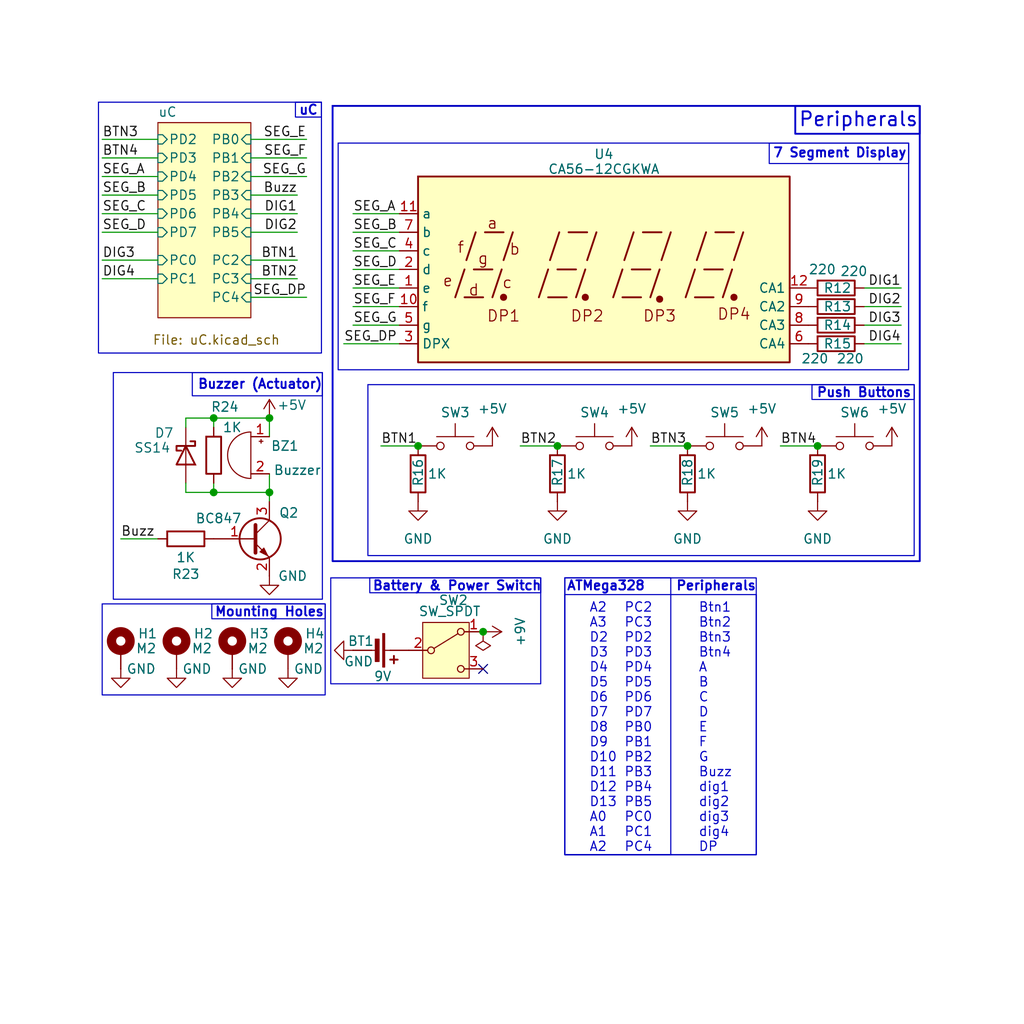
<source format=kicad_sch>
(kicad_sch
	(version 20231120)
	(generator "eeschema")
	(generator_version "8.0")
	(uuid "e439f56c-8796-4c9d-9dfe-c3e8bcd18305")
	(paper "User" 140 140)
	(title_block
		(title "Digital Clock")
		(date "2024-12-08")
		(rev "2.0")
		(company "Bandung Institute of Technology (ITB)")
		(comment 1 "Bostang Palaguna")
		(comment 2 "Designed by:")
	)
	(lib_symbols
		(symbol "Device:Battery_Cell"
			(pin_numbers hide)
			(pin_names
				(offset 0) hide)
			(exclude_from_sim no)
			(in_bom yes)
			(on_board yes)
			(property "Reference" "BT"
				(at 2.54 2.54 0)
				(effects
					(font
						(size 1.27 1.27)
					)
					(justify left)
				)
			)
			(property "Value" "Battery_Cell"
				(at 2.54 0 0)
				(effects
					(font
						(size 1.27 1.27)
					)
					(justify left)
				)
			)
			(property "Footprint" ""
				(at 0 1.524 90)
				(effects
					(font
						(size 1.27 1.27)
					)
					(hide yes)
				)
			)
			(property "Datasheet" "~"
				(at 0 1.524 90)
				(effects
					(font
						(size 1.27 1.27)
					)
					(hide yes)
				)
			)
			(property "Description" "Single-cell battery"
				(at 0 0 0)
				(effects
					(font
						(size 1.27 1.27)
					)
					(hide yes)
				)
			)
			(property "ki_keywords" "battery cell"
				(at 0 0 0)
				(effects
					(font
						(size 1.27 1.27)
					)
					(hide yes)
				)
			)
			(symbol "Battery_Cell_0_1"
				(rectangle
					(start -2.286 1.778)
					(end 2.286 1.524)
					(stroke
						(width 0)
						(type default)
					)
					(fill
						(type outline)
					)
				)
				(rectangle
					(start -1.524 1.016)
					(end 1.524 0.508)
					(stroke
						(width 0)
						(type default)
					)
					(fill
						(type outline)
					)
				)
				(polyline
					(pts
						(xy 0 0.762) (xy 0 0)
					)
					(stroke
						(width 0)
						(type default)
					)
					(fill
						(type none)
					)
				)
				(polyline
					(pts
						(xy 0 1.778) (xy 0 2.54)
					)
					(stroke
						(width 0)
						(type default)
					)
					(fill
						(type none)
					)
				)
				(polyline
					(pts
						(xy 0.762 3.048) (xy 1.778 3.048)
					)
					(stroke
						(width 0.254)
						(type default)
					)
					(fill
						(type none)
					)
				)
				(polyline
					(pts
						(xy 1.27 3.556) (xy 1.27 2.54)
					)
					(stroke
						(width 0.254)
						(type default)
					)
					(fill
						(type none)
					)
				)
			)
			(symbol "Battery_Cell_1_1"
				(pin passive line
					(at 0 5.08 270)
					(length 2.54)
					(name "+"
						(effects
							(font
								(size 1.27 1.27)
							)
						)
					)
					(number "1"
						(effects
							(font
								(size 1.27 1.27)
							)
						)
					)
				)
				(pin passive line
					(at 0 -2.54 90)
					(length 2.54)
					(name "-"
						(effects
							(font
								(size 1.27 1.27)
							)
						)
					)
					(number "2"
						(effects
							(font
								(size 1.27 1.27)
							)
						)
					)
				)
			)
		)
		(symbol "Device:Buzzer"
			(pin_names
				(offset 0.0254) hide)
			(exclude_from_sim no)
			(in_bom yes)
			(on_board yes)
			(property "Reference" "BZ"
				(at 3.81 1.27 0)
				(effects
					(font
						(size 1.27 1.27)
					)
					(justify left)
				)
			)
			(property "Value" "Buzzer"
				(at 3.81 -1.27 0)
				(effects
					(font
						(size 1.27 1.27)
					)
					(justify left)
				)
			)
			(property "Footprint" ""
				(at -0.635 2.54 90)
				(effects
					(font
						(size 1.27 1.27)
					)
					(hide yes)
				)
			)
			(property "Datasheet" "~"
				(at -0.635 2.54 90)
				(effects
					(font
						(size 1.27 1.27)
					)
					(hide yes)
				)
			)
			(property "Description" "Buzzer, polarized"
				(at 0 0 0)
				(effects
					(font
						(size 1.27 1.27)
					)
					(hide yes)
				)
			)
			(property "ki_keywords" "quartz resonator ceramic"
				(at 0 0 0)
				(effects
					(font
						(size 1.27 1.27)
					)
					(hide yes)
				)
			)
			(property "ki_fp_filters" "*Buzzer*"
				(at 0 0 0)
				(effects
					(font
						(size 1.27 1.27)
					)
					(hide yes)
				)
			)
			(symbol "Buzzer_0_1"
				(arc
					(start 0 -3.175)
					(mid 3.1612 0)
					(end 0 3.175)
					(stroke
						(width 0)
						(type default)
					)
					(fill
						(type none)
					)
				)
				(polyline
					(pts
						(xy -1.651 1.905) (xy -1.143 1.905)
					)
					(stroke
						(width 0)
						(type default)
					)
					(fill
						(type none)
					)
				)
				(polyline
					(pts
						(xy -1.397 2.159) (xy -1.397 1.651)
					)
					(stroke
						(width 0)
						(type default)
					)
					(fill
						(type none)
					)
				)
				(polyline
					(pts
						(xy 0 3.175) (xy 0 -3.175)
					)
					(stroke
						(width 0)
						(type default)
					)
					(fill
						(type none)
					)
				)
			)
			(symbol "Buzzer_1_1"
				(pin passive line
					(at -2.54 2.54 0)
					(length 2.54)
					(name "+"
						(effects
							(font
								(size 1.27 1.27)
							)
						)
					)
					(number "1"
						(effects
							(font
								(size 1.27 1.27)
							)
						)
					)
				)
				(pin passive line
					(at -2.54 -2.54 0)
					(length 2.54)
					(name "-"
						(effects
							(font
								(size 1.27 1.27)
							)
						)
					)
					(number "2"
						(effects
							(font
								(size 1.27 1.27)
							)
						)
					)
				)
			)
		)
		(symbol "Device:R"
			(pin_numbers hide)
			(pin_names
				(offset 0)
			)
			(exclude_from_sim no)
			(in_bom yes)
			(on_board yes)
			(property "Reference" "R"
				(at 2.032 0 90)
				(effects
					(font
						(size 1.27 1.27)
					)
				)
			)
			(property "Value" "R"
				(at 0 0 90)
				(effects
					(font
						(size 1.27 1.27)
					)
				)
			)
			(property "Footprint" ""
				(at -1.778 0 90)
				(effects
					(font
						(size 1.27 1.27)
					)
					(hide yes)
				)
			)
			(property "Datasheet" "~"
				(at 0 0 0)
				(effects
					(font
						(size 1.27 1.27)
					)
					(hide yes)
				)
			)
			(property "Description" "Resistor"
				(at 0 0 0)
				(effects
					(font
						(size 1.27 1.27)
					)
					(hide yes)
				)
			)
			(property "ki_keywords" "R res resistor"
				(at 0 0 0)
				(effects
					(font
						(size 1.27 1.27)
					)
					(hide yes)
				)
			)
			(property "ki_fp_filters" "R_*"
				(at 0 0 0)
				(effects
					(font
						(size 1.27 1.27)
					)
					(hide yes)
				)
			)
			(symbol "R_0_1"
				(rectangle
					(start -1.016 -2.54)
					(end 1.016 2.54)
					(stroke
						(width 0.254)
						(type default)
					)
					(fill
						(type none)
					)
				)
			)
			(symbol "R_1_1"
				(pin passive line
					(at 0 3.81 270)
					(length 1.27)
					(name "~"
						(effects
							(font
								(size 1.27 1.27)
							)
						)
					)
					(number "1"
						(effects
							(font
								(size 1.27 1.27)
							)
						)
					)
				)
				(pin passive line
					(at 0 -3.81 90)
					(length 1.27)
					(name "~"
						(effects
							(font
								(size 1.27 1.27)
							)
						)
					)
					(number "2"
						(effects
							(font
								(size 1.27 1.27)
							)
						)
					)
				)
			)
		)
		(symbol "Diode:SS14"
			(pin_numbers hide)
			(pin_names
				(offset 1.016) hide)
			(exclude_from_sim no)
			(in_bom yes)
			(on_board yes)
			(property "Reference" "D"
				(at 0 2.54 0)
				(effects
					(font
						(size 1.27 1.27)
					)
				)
			)
			(property "Value" "SS14"
				(at 0 -2.54 0)
				(effects
					(font
						(size 1.27 1.27)
					)
				)
			)
			(property "Footprint" "Diode_SMD:D_SMA"
				(at 0 -4.445 0)
				(effects
					(font
						(size 1.27 1.27)
					)
					(hide yes)
				)
			)
			(property "Datasheet" "https://www.vishay.com/docs/88746/ss12.pdf"
				(at 0 0 0)
				(effects
					(font
						(size 1.27 1.27)
					)
					(hide yes)
				)
			)
			(property "Description" "40V 1A Schottky Diode, SMA"
				(at 0 0 0)
				(effects
					(font
						(size 1.27 1.27)
					)
					(hide yes)
				)
			)
			(property "ki_keywords" "diode Schottky"
				(at 0 0 0)
				(effects
					(font
						(size 1.27 1.27)
					)
					(hide yes)
				)
			)
			(property "ki_fp_filters" "D*SMA*"
				(at 0 0 0)
				(effects
					(font
						(size 1.27 1.27)
					)
					(hide yes)
				)
			)
			(symbol "SS14_0_1"
				(polyline
					(pts
						(xy 1.27 0) (xy -1.27 0)
					)
					(stroke
						(width 0)
						(type default)
					)
					(fill
						(type none)
					)
				)
				(polyline
					(pts
						(xy 1.27 1.27) (xy 1.27 -1.27) (xy -1.27 0) (xy 1.27 1.27)
					)
					(stroke
						(width 0.254)
						(type default)
					)
					(fill
						(type none)
					)
				)
				(polyline
					(pts
						(xy -1.905 0.635) (xy -1.905 1.27) (xy -1.27 1.27) (xy -1.27 -1.27) (xy -0.635 -1.27) (xy -0.635 -0.635)
					)
					(stroke
						(width 0.254)
						(type default)
					)
					(fill
						(type none)
					)
				)
			)
			(symbol "SS14_1_1"
				(pin passive line
					(at -3.81 0 0)
					(length 2.54)
					(name "K"
						(effects
							(font
								(size 1.27 1.27)
							)
						)
					)
					(number "1"
						(effects
							(font
								(size 1.27 1.27)
							)
						)
					)
				)
				(pin passive line
					(at 3.81 0 180)
					(length 2.54)
					(name "A"
						(effects
							(font
								(size 1.27 1.27)
							)
						)
					)
					(number "2"
						(effects
							(font
								(size 1.27 1.27)
							)
						)
					)
				)
			)
		)
		(symbol "Display_Character:CA56-12CGKWA"
			(exclude_from_sim no)
			(in_bom yes)
			(on_board yes)
			(property "Reference" "U"
				(at -24.13 13.97 0)
				(effects
					(font
						(size 1.27 1.27)
					)
				)
			)
			(property "Value" "CA56-12CGKWA"
				(at 17.78 13.97 0)
				(effects
					(font
						(size 1.27 1.27)
					)
				)
			)
			(property "Footprint" "Display_7Segment:CA56-12CGKWA"
				(at 0 -15.24 0)
				(effects
					(font
						(size 1.27 1.27)
					)
					(hide yes)
				)
			)
			(property "Datasheet" "http://www.kingbright.com/attachments/file/psearch/000/00/00/CA56-12CGKWA(Ver.9A).pdf"
				(at -10.922 0.762 0)
				(effects
					(font
						(size 1.27 1.27)
					)
					(hide yes)
				)
			)
			(property "Description" "4 digit 7 segment Green LED, common anode"
				(at 0 0 0)
				(effects
					(font
						(size 1.27 1.27)
					)
					(hide yes)
				)
			)
			(property "ki_keywords" "display LED"
				(at 0 0 0)
				(effects
					(font
						(size 1.27 1.27)
					)
					(hide yes)
				)
			)
			(property "ki_fp_filters" "*CA56*12CGKWA*"
				(at 0 0 0)
				(effects
					(font
						(size 1.27 1.27)
					)
					(hide yes)
				)
			)
			(symbol "CA56-12CGKWA_0_0"
				(rectangle
					(start -25.4 12.7)
					(end 25.4 -12.7)
					(stroke
						(width 0.254)
						(type default)
					)
					(fill
						(type background)
					)
				)
				(polyline
					(pts
						(xy -20.32 -3.81) (xy -19.05 0)
					)
					(stroke
						(width 0.254)
						(type default)
					)
					(fill
						(type none)
					)
				)
				(polyline
					(pts
						(xy -19.05 -3.81) (xy -16.51 -3.81)
					)
					(stroke
						(width 0.254)
						(type default)
					)
					(fill
						(type none)
					)
				)
				(polyline
					(pts
						(xy -18.796 1.27) (xy -17.526 5.08)
					)
					(stroke
						(width 0.254)
						(type default)
					)
					(fill
						(type none)
					)
				)
				(polyline
					(pts
						(xy -17.78 0) (xy -15.24 0)
					)
					(stroke
						(width 0.254)
						(type default)
					)
					(fill
						(type none)
					)
				)
				(polyline
					(pts
						(xy -16.256 5.08) (xy -13.716 5.08)
					)
					(stroke
						(width 0.254)
						(type default)
					)
					(fill
						(type none)
					)
				)
				(polyline
					(pts
						(xy -15.24 -3.81) (xy -13.97 0)
					)
					(stroke
						(width 0.254)
						(type default)
					)
					(fill
						(type none)
					)
				)
				(polyline
					(pts
						(xy -13.716 1.27) (xy -12.446 5.08)
					)
					(stroke
						(width 0.254)
						(type default)
					)
					(fill
						(type none)
					)
				)
				(polyline
					(pts
						(xy -8.89 -3.81) (xy -7.62 0)
					)
					(stroke
						(width 0.254)
						(type default)
					)
					(fill
						(type none)
					)
				)
				(polyline
					(pts
						(xy -7.62 -3.81) (xy -5.08 -3.81)
					)
					(stroke
						(width 0.254)
						(type default)
					)
					(fill
						(type none)
					)
				)
				(polyline
					(pts
						(xy -7.366 1.27) (xy -6.096 5.08)
					)
					(stroke
						(width 0.254)
						(type default)
					)
					(fill
						(type none)
					)
				)
				(polyline
					(pts
						(xy -6.35 0) (xy -3.81 0)
					)
					(stroke
						(width 0.254)
						(type default)
					)
					(fill
						(type none)
					)
				)
				(polyline
					(pts
						(xy -4.826 5.08) (xy -2.286 5.08)
					)
					(stroke
						(width 0.254)
						(type default)
					)
					(fill
						(type none)
					)
				)
				(polyline
					(pts
						(xy -3.81 -3.81) (xy -2.54 0)
					)
					(stroke
						(width 0.254)
						(type default)
					)
					(fill
						(type none)
					)
				)
				(polyline
					(pts
						(xy -2.286 1.27) (xy -1.016 5.08)
					)
					(stroke
						(width 0.254)
						(type default)
					)
					(fill
						(type none)
					)
				)
				(polyline
					(pts
						(xy 1.27 -3.81) (xy 2.54 0)
					)
					(stroke
						(width 0.254)
						(type default)
					)
					(fill
						(type none)
					)
				)
				(polyline
					(pts
						(xy 2.54 -3.81) (xy 5.08 -3.81)
					)
					(stroke
						(width 0.254)
						(type default)
					)
					(fill
						(type none)
					)
				)
				(polyline
					(pts
						(xy 2.794 1.27) (xy 4.064 5.08)
					)
					(stroke
						(width 0.254)
						(type default)
					)
					(fill
						(type none)
					)
				)
				(polyline
					(pts
						(xy 3.81 0) (xy 6.35 0)
					)
					(stroke
						(width 0.254)
						(type default)
					)
					(fill
						(type none)
					)
				)
				(polyline
					(pts
						(xy 5.334 5.08) (xy 7.874 5.08)
					)
					(stroke
						(width 0.254)
						(type default)
					)
					(fill
						(type none)
					)
				)
				(polyline
					(pts
						(xy 6.35 -3.81) (xy 7.62 0)
					)
					(stroke
						(width 0.254)
						(type default)
					)
					(fill
						(type none)
					)
				)
				(polyline
					(pts
						(xy 7.874 1.27) (xy 9.144 5.08)
					)
					(stroke
						(width 0.254)
						(type default)
					)
					(fill
						(type none)
					)
				)
				(polyline
					(pts
						(xy 11.176 -3.81) (xy 12.446 0)
					)
					(stroke
						(width 0.254)
						(type default)
					)
					(fill
						(type none)
					)
				)
				(polyline
					(pts
						(xy 12.446 -3.81) (xy 14.986 -3.81)
					)
					(stroke
						(width 0.254)
						(type default)
					)
					(fill
						(type none)
					)
				)
				(polyline
					(pts
						(xy 12.7 1.27) (xy 13.97 5.08)
					)
					(stroke
						(width 0.254)
						(type default)
					)
					(fill
						(type none)
					)
				)
				(polyline
					(pts
						(xy 13.716 0) (xy 16.256 0)
					)
					(stroke
						(width 0.254)
						(type default)
					)
					(fill
						(type none)
					)
				)
				(polyline
					(pts
						(xy 15.24 5.08) (xy 17.78 5.08)
					)
					(stroke
						(width 0.254)
						(type default)
					)
					(fill
						(type none)
					)
				)
				(polyline
					(pts
						(xy 16.256 -3.81) (xy 17.526 0)
					)
					(stroke
						(width 0.254)
						(type default)
					)
					(fill
						(type none)
					)
				)
				(polyline
					(pts
						(xy 17.78 1.27) (xy 19.05 5.08)
					)
					(stroke
						(width 0.254)
						(type default)
					)
					(fill
						(type none)
					)
				)
				(text "a"
					(at -15.24 6.35 0)
					(effects
						(font
							(size 1.524 1.524)
						)
					)
				)
				(text "b"
					(at -12.192 2.794 0)
					(effects
						(font
							(size 1.524 1.524)
						)
					)
				)
				(text "c"
					(at -13.208 -1.778 0)
					(effects
						(font
							(size 1.524 1.524)
						)
					)
				)
				(text "d"
					(at -17.78 -2.794 0)
					(effects
						(font
							(size 1.524 1.524)
						)
					)
				)
				(text "DP1"
					(at -13.716 -6.35 0)
					(effects
						(font
							(size 1.524 1.524)
						)
					)
				)
				(text "DP2"
					(at -2.286 -6.35 0)
					(effects
						(font
							(size 1.524 1.524)
						)
					)
				)
				(text "DP3"
					(at 7.62 -6.35 0)
					(effects
						(font
							(size 1.524 1.524)
						)
					)
				)
				(text "DP4"
					(at 17.78 -6.096 0)
					(effects
						(font
							(size 1.524 1.524)
						)
					)
				)
				(text "e"
					(at -21.336 -1.524 0)
					(effects
						(font
							(size 1.524 1.524)
						)
					)
				)
				(text "f"
					(at -19.558 3.048 0)
					(effects
						(font
							(size 1.524 1.524)
						)
					)
				)
				(text "g"
					(at -16.51 1.524 0)
					(effects
						(font
							(size 1.524 1.524)
						)
					)
				)
			)
			(symbol "CA56-12CGKWA_0_1"
				(circle
					(center -13.716 -3.81)
					(radius 0.3556)
					(stroke
						(width 0.254)
						(type default)
					)
					(fill
						(type outline)
					)
				)
				(circle
					(center -2.54 -3.81)
					(radius 0.3556)
					(stroke
						(width 0.254)
						(type default)
					)
					(fill
						(type outline)
					)
				)
			)
			(symbol "CA56-12CGKWA_1_0"
				(circle
					(center 7.62 -4.064)
					(radius 0.3556)
					(stroke
						(width 0.254)
						(type default)
					)
					(fill
						(type outline)
					)
				)
				(circle
					(center 17.78 -3.81)
					(radius 0.3556)
					(stroke
						(width 0.254)
						(type default)
					)
					(fill
						(type outline)
					)
				)
			)
			(symbol "CA56-12CGKWA_1_1"
				(pin input line
					(at -27.94 -2.54 0)
					(length 2.54)
					(name "e"
						(effects
							(font
								(size 1.27 1.27)
							)
						)
					)
					(number "1"
						(effects
							(font
								(size 1.27 1.27)
							)
						)
					)
				)
				(pin input line
					(at -27.94 -5.08 0)
					(length 2.54)
					(name "f"
						(effects
							(font
								(size 1.27 1.27)
							)
						)
					)
					(number "10"
						(effects
							(font
								(size 1.27 1.27)
							)
						)
					)
				)
				(pin input line
					(at -27.94 7.62 0)
					(length 2.54)
					(name "a"
						(effects
							(font
								(size 1.27 1.27)
							)
						)
					)
					(number "11"
						(effects
							(font
								(size 1.27 1.27)
							)
						)
					)
				)
				(pin input line
					(at 27.94 -2.54 180)
					(length 2.54)
					(name "CA1"
						(effects
							(font
								(size 1.27 1.27)
							)
						)
					)
					(number "12"
						(effects
							(font
								(size 1.27 1.27)
							)
						)
					)
				)
				(pin input line
					(at -27.94 0 0)
					(length 2.54)
					(name "d"
						(effects
							(font
								(size 1.27 1.27)
							)
						)
					)
					(number "2"
						(effects
							(font
								(size 1.27 1.27)
							)
						)
					)
				)
				(pin input line
					(at -27.94 -10.16 0)
					(length 2.54)
					(name "DPX"
						(effects
							(font
								(size 1.27 1.27)
							)
						)
					)
					(number "3"
						(effects
							(font
								(size 1.27 1.27)
							)
						)
					)
				)
				(pin input line
					(at -27.94 2.54 0)
					(length 2.54)
					(name "c"
						(effects
							(font
								(size 1.27 1.27)
							)
						)
					)
					(number "4"
						(effects
							(font
								(size 1.27 1.27)
							)
						)
					)
				)
				(pin input line
					(at -27.94 -7.62 0)
					(length 2.54)
					(name "g"
						(effects
							(font
								(size 1.27 1.27)
							)
						)
					)
					(number "5"
						(effects
							(font
								(size 1.27 1.27)
							)
						)
					)
				)
				(pin input line
					(at 27.94 -10.16 180)
					(length 2.54)
					(name "CA4"
						(effects
							(font
								(size 1.27 1.27)
							)
						)
					)
					(number "6"
						(effects
							(font
								(size 1.27 1.27)
							)
						)
					)
				)
				(pin input line
					(at -27.94 5.08 0)
					(length 2.54)
					(name "b"
						(effects
							(font
								(size 1.27 1.27)
							)
						)
					)
					(number "7"
						(effects
							(font
								(size 1.27 1.27)
							)
						)
					)
				)
				(pin input line
					(at 27.94 -7.62 180)
					(length 2.54)
					(name "CA3"
						(effects
							(font
								(size 1.27 1.27)
							)
						)
					)
					(number "8"
						(effects
							(font
								(size 1.27 1.27)
							)
						)
					)
				)
				(pin input line
					(at 27.94 -5.08 180)
					(length 2.54)
					(name "CA2"
						(effects
							(font
								(size 1.27 1.27)
							)
						)
					)
					(number "9"
						(effects
							(font
								(size 1.27 1.27)
							)
						)
					)
				)
			)
		)
		(symbol "Mechanical:MountingHole_Pad"
			(pin_numbers hide)
			(pin_names
				(offset 1.016) hide)
			(exclude_from_sim yes)
			(in_bom no)
			(on_board yes)
			(property "Reference" "H"
				(at 0 6.35 0)
				(effects
					(font
						(size 1.27 1.27)
					)
				)
			)
			(property "Value" "MountingHole_Pad"
				(at 0 4.445 0)
				(effects
					(font
						(size 1.27 1.27)
					)
				)
			)
			(property "Footprint" ""
				(at 0 0 0)
				(effects
					(font
						(size 1.27 1.27)
					)
					(hide yes)
				)
			)
			(property "Datasheet" "~"
				(at 0 0 0)
				(effects
					(font
						(size 1.27 1.27)
					)
					(hide yes)
				)
			)
			(property "Description" "Mounting Hole with connection"
				(at 0 0 0)
				(effects
					(font
						(size 1.27 1.27)
					)
					(hide yes)
				)
			)
			(property "ki_keywords" "mounting hole"
				(at 0 0 0)
				(effects
					(font
						(size 1.27 1.27)
					)
					(hide yes)
				)
			)
			(property "ki_fp_filters" "MountingHole*Pad*"
				(at 0 0 0)
				(effects
					(font
						(size 1.27 1.27)
					)
					(hide yes)
				)
			)
			(symbol "MountingHole_Pad_0_1"
				(circle
					(center 0 1.27)
					(radius 1.27)
					(stroke
						(width 1.27)
						(type default)
					)
					(fill
						(type none)
					)
				)
			)
			(symbol "MountingHole_Pad_1_1"
				(pin input line
					(at 0 -2.54 90)
					(length 2.54)
					(name "1"
						(effects
							(font
								(size 1.27 1.27)
							)
						)
					)
					(number "1"
						(effects
							(font
								(size 1.27 1.27)
							)
						)
					)
				)
			)
		)
		(symbol "Switch:SW_Push"
			(pin_numbers hide)
			(pin_names
				(offset 1.016) hide)
			(exclude_from_sim no)
			(in_bom yes)
			(on_board yes)
			(property "Reference" "SW"
				(at 1.27 2.54 0)
				(effects
					(font
						(size 1.27 1.27)
					)
					(justify left)
				)
			)
			(property "Value" "SW_Push"
				(at 0 -1.524 0)
				(effects
					(font
						(size 1.27 1.27)
					)
				)
			)
			(property "Footprint" ""
				(at 0 5.08 0)
				(effects
					(font
						(size 1.27 1.27)
					)
					(hide yes)
				)
			)
			(property "Datasheet" "~"
				(at 0 5.08 0)
				(effects
					(font
						(size 1.27 1.27)
					)
					(hide yes)
				)
			)
			(property "Description" "Push button switch, generic, two pins"
				(at 0 0 0)
				(effects
					(font
						(size 1.27 1.27)
					)
					(hide yes)
				)
			)
			(property "ki_keywords" "switch normally-open pushbutton push-button"
				(at 0 0 0)
				(effects
					(font
						(size 1.27 1.27)
					)
					(hide yes)
				)
			)
			(symbol "SW_Push_0_1"
				(circle
					(center -2.032 0)
					(radius 0.508)
					(stroke
						(width 0)
						(type default)
					)
					(fill
						(type none)
					)
				)
				(polyline
					(pts
						(xy 0 1.27) (xy 0 3.048)
					)
					(stroke
						(width 0)
						(type default)
					)
					(fill
						(type none)
					)
				)
				(polyline
					(pts
						(xy 2.54 1.27) (xy -2.54 1.27)
					)
					(stroke
						(width 0)
						(type default)
					)
					(fill
						(type none)
					)
				)
				(circle
					(center 2.032 0)
					(radius 0.508)
					(stroke
						(width 0)
						(type default)
					)
					(fill
						(type none)
					)
				)
				(pin passive line
					(at -5.08 0 0)
					(length 2.54)
					(name "1"
						(effects
							(font
								(size 1.27 1.27)
							)
						)
					)
					(number "1"
						(effects
							(font
								(size 1.27 1.27)
							)
						)
					)
				)
				(pin passive line
					(at 5.08 0 180)
					(length 2.54)
					(name "2"
						(effects
							(font
								(size 1.27 1.27)
							)
						)
					)
					(number "2"
						(effects
							(font
								(size 1.27 1.27)
							)
						)
					)
				)
			)
		)
		(symbol "Switch:SW_SPDT"
			(pin_names
				(offset 0) hide)
			(exclude_from_sim no)
			(in_bom yes)
			(on_board yes)
			(property "Reference" "SW"
				(at 0 5.08 0)
				(effects
					(font
						(size 1.27 1.27)
					)
				)
			)
			(property "Value" "SW_SPDT"
				(at 0 -5.08 0)
				(effects
					(font
						(size 1.27 1.27)
					)
				)
			)
			(property "Footprint" ""
				(at 0 0 0)
				(effects
					(font
						(size 1.27 1.27)
					)
					(hide yes)
				)
			)
			(property "Datasheet" "~"
				(at 0 -7.62 0)
				(effects
					(font
						(size 1.27 1.27)
					)
					(hide yes)
				)
			)
			(property "Description" "Switch, single pole double throw"
				(at 0 0 0)
				(effects
					(font
						(size 1.27 1.27)
					)
					(hide yes)
				)
			)
			(property "ki_keywords" "switch single-pole double-throw spdt ON-ON"
				(at 0 0 0)
				(effects
					(font
						(size 1.27 1.27)
					)
					(hide yes)
				)
			)
			(symbol "SW_SPDT_0_1"
				(circle
					(center -2.032 0)
					(radius 0.4572)
					(stroke
						(width 0)
						(type default)
					)
					(fill
						(type none)
					)
				)
				(polyline
					(pts
						(xy -1.651 0.254) (xy 1.651 2.286)
					)
					(stroke
						(width 0)
						(type default)
					)
					(fill
						(type none)
					)
				)
				(circle
					(center 2.032 -2.54)
					(radius 0.4572)
					(stroke
						(width 0)
						(type default)
					)
					(fill
						(type none)
					)
				)
				(circle
					(center 2.032 2.54)
					(radius 0.4572)
					(stroke
						(width 0)
						(type default)
					)
					(fill
						(type none)
					)
				)
			)
			(symbol "SW_SPDT_1_1"
				(rectangle
					(start -3.175 3.81)
					(end 3.175 -3.81)
					(stroke
						(width 0)
						(type default)
					)
					(fill
						(type background)
					)
				)
				(pin passive line
					(at 5.08 2.54 180)
					(length 2.54)
					(name "A"
						(effects
							(font
								(size 1.27 1.27)
							)
						)
					)
					(number "1"
						(effects
							(font
								(size 1.27 1.27)
							)
						)
					)
				)
				(pin passive line
					(at -5.08 0 0)
					(length 2.54)
					(name "B"
						(effects
							(font
								(size 1.27 1.27)
							)
						)
					)
					(number "2"
						(effects
							(font
								(size 1.27 1.27)
							)
						)
					)
				)
				(pin passive line
					(at 5.08 -2.54 180)
					(length 2.54)
					(name "C"
						(effects
							(font
								(size 1.27 1.27)
							)
						)
					)
					(number "3"
						(effects
							(font
								(size 1.27 1.27)
							)
						)
					)
				)
			)
		)
		(symbol "Transistor_BJT:BC847"
			(pin_names
				(offset 0) hide)
			(exclude_from_sim no)
			(in_bom yes)
			(on_board yes)
			(property "Reference" "Q"
				(at 5.08 1.905 0)
				(effects
					(font
						(size 1.27 1.27)
					)
					(justify left)
				)
			)
			(property "Value" "BC847"
				(at 5.08 0 0)
				(effects
					(font
						(size 1.27 1.27)
					)
					(justify left)
				)
			)
			(property "Footprint" "Package_TO_SOT_SMD:SOT-23"
				(at 5.08 -1.905 0)
				(effects
					(font
						(size 1.27 1.27)
						(italic yes)
					)
					(justify left)
					(hide yes)
				)
			)
			(property "Datasheet" "http://www.infineon.com/dgdl/Infineon-BC847SERIES_BC848SERIES_BC849SERIES_BC850SERIES-DS-v01_01-en.pdf?fileId=db3a304314dca389011541d4630a1657"
				(at 0 0 0)
				(effects
					(font
						(size 1.27 1.27)
					)
					(justify left)
					(hide yes)
				)
			)
			(property "Description" "0.1A Ic, 45V Vce, NPN Transistor, SOT-23"
				(at 0 0 0)
				(effects
					(font
						(size 1.27 1.27)
					)
					(hide yes)
				)
			)
			(property "ki_keywords" "NPN Small Signal Transistor"
				(at 0 0 0)
				(effects
					(font
						(size 1.27 1.27)
					)
					(hide yes)
				)
			)
			(property "ki_fp_filters" "SOT?23*"
				(at 0 0 0)
				(effects
					(font
						(size 1.27 1.27)
					)
					(hide yes)
				)
			)
			(symbol "BC847_0_1"
				(polyline
					(pts
						(xy 0.635 0.635) (xy 2.54 2.54)
					)
					(stroke
						(width 0)
						(type default)
					)
					(fill
						(type none)
					)
				)
				(polyline
					(pts
						(xy 0.635 -0.635) (xy 2.54 -2.54) (xy 2.54 -2.54)
					)
					(stroke
						(width 0)
						(type default)
					)
					(fill
						(type none)
					)
				)
				(polyline
					(pts
						(xy 0.635 1.905) (xy 0.635 -1.905) (xy 0.635 -1.905)
					)
					(stroke
						(width 0.508)
						(type default)
					)
					(fill
						(type none)
					)
				)
				(polyline
					(pts
						(xy 1.27 -1.778) (xy 1.778 -1.27) (xy 2.286 -2.286) (xy 1.27 -1.778) (xy 1.27 -1.778)
					)
					(stroke
						(width 0)
						(type default)
					)
					(fill
						(type outline)
					)
				)
				(circle
					(center 1.27 0)
					(radius 2.8194)
					(stroke
						(width 0.254)
						(type default)
					)
					(fill
						(type none)
					)
				)
			)
			(symbol "BC847_1_1"
				(pin input line
					(at -5.08 0 0)
					(length 5.715)
					(name "B"
						(effects
							(font
								(size 1.27 1.27)
							)
						)
					)
					(number "1"
						(effects
							(font
								(size 1.27 1.27)
							)
						)
					)
				)
				(pin passive line
					(at 2.54 -5.08 90)
					(length 2.54)
					(name "E"
						(effects
							(font
								(size 1.27 1.27)
							)
						)
					)
					(number "2"
						(effects
							(font
								(size 1.27 1.27)
							)
						)
					)
				)
				(pin passive line
					(at 2.54 5.08 270)
					(length 2.54)
					(name "C"
						(effects
							(font
								(size 1.27 1.27)
							)
						)
					)
					(number "3"
						(effects
							(font
								(size 1.27 1.27)
							)
						)
					)
				)
			)
		)
		(symbol "power:+5V"
			(power)
			(pin_numbers hide)
			(pin_names
				(offset 0) hide)
			(exclude_from_sim no)
			(in_bom yes)
			(on_board yes)
			(property "Reference" "#PWR"
				(at 0 -3.81 0)
				(effects
					(font
						(size 1.27 1.27)
					)
					(hide yes)
				)
			)
			(property "Value" "+5V"
				(at 0 3.556 0)
				(effects
					(font
						(size 1.27 1.27)
					)
				)
			)
			(property "Footprint" ""
				(at 0 0 0)
				(effects
					(font
						(size 1.27 1.27)
					)
					(hide yes)
				)
			)
			(property "Datasheet" ""
				(at 0 0 0)
				(effects
					(font
						(size 1.27 1.27)
					)
					(hide yes)
				)
			)
			(property "Description" "Power symbol creates a global label with name \"+5V\""
				(at 0 0 0)
				(effects
					(font
						(size 1.27 1.27)
					)
					(hide yes)
				)
			)
			(property "ki_keywords" "global power"
				(at 0 0 0)
				(effects
					(font
						(size 1.27 1.27)
					)
					(hide yes)
				)
			)
			(symbol "+5V_0_1"
				(polyline
					(pts
						(xy -0.762 1.27) (xy 0 2.54)
					)
					(stroke
						(width 0)
						(type default)
					)
					(fill
						(type none)
					)
				)
				(polyline
					(pts
						(xy 0 0) (xy 0 2.54)
					)
					(stroke
						(width 0)
						(type default)
					)
					(fill
						(type none)
					)
				)
				(polyline
					(pts
						(xy 0 2.54) (xy 0.762 1.27)
					)
					(stroke
						(width 0)
						(type default)
					)
					(fill
						(type none)
					)
				)
			)
			(symbol "+5V_1_1"
				(pin power_in line
					(at 0 0 90)
					(length 0)
					(name "~"
						(effects
							(font
								(size 1.27 1.27)
							)
						)
					)
					(number "1"
						(effects
							(font
								(size 1.27 1.27)
							)
						)
					)
				)
			)
		)
		(symbol "power:+9V"
			(power)
			(pin_numbers hide)
			(pin_names
				(offset 0) hide)
			(exclude_from_sim no)
			(in_bom yes)
			(on_board yes)
			(property "Reference" "#PWR"
				(at 0 -3.81 0)
				(effects
					(font
						(size 1.27 1.27)
					)
					(hide yes)
				)
			)
			(property "Value" "+9V"
				(at 0 3.556 0)
				(effects
					(font
						(size 1.27 1.27)
					)
				)
			)
			(property "Footprint" ""
				(at 0 0 0)
				(effects
					(font
						(size 1.27 1.27)
					)
					(hide yes)
				)
			)
			(property "Datasheet" ""
				(at 0 0 0)
				(effects
					(font
						(size 1.27 1.27)
					)
					(hide yes)
				)
			)
			(property "Description" "Power symbol creates a global label with name \"+9V\""
				(at 0 0 0)
				(effects
					(font
						(size 1.27 1.27)
					)
					(hide yes)
				)
			)
			(property "ki_keywords" "global power"
				(at 0 0 0)
				(effects
					(font
						(size 1.27 1.27)
					)
					(hide yes)
				)
			)
			(symbol "+9V_0_1"
				(polyline
					(pts
						(xy -0.762 1.27) (xy 0 2.54)
					)
					(stroke
						(width 0)
						(type default)
					)
					(fill
						(type none)
					)
				)
				(polyline
					(pts
						(xy 0 0) (xy 0 2.54)
					)
					(stroke
						(width 0)
						(type default)
					)
					(fill
						(type none)
					)
				)
				(polyline
					(pts
						(xy 0 2.54) (xy 0.762 1.27)
					)
					(stroke
						(width 0)
						(type default)
					)
					(fill
						(type none)
					)
				)
			)
			(symbol "+9V_1_1"
				(pin power_in line
					(at 0 0 90)
					(length 0)
					(name "~"
						(effects
							(font
								(size 1.27 1.27)
							)
						)
					)
					(number "1"
						(effects
							(font
								(size 1.27 1.27)
							)
						)
					)
				)
			)
		)
		(symbol "power:GND"
			(power)
			(pin_numbers hide)
			(pin_names
				(offset 0) hide)
			(exclude_from_sim no)
			(in_bom yes)
			(on_board yes)
			(property "Reference" "#PWR"
				(at 0 -6.35 0)
				(effects
					(font
						(size 1.27 1.27)
					)
					(hide yes)
				)
			)
			(property "Value" "GND"
				(at 0 -3.81 0)
				(effects
					(font
						(size 1.27 1.27)
					)
				)
			)
			(property "Footprint" ""
				(at 0 0 0)
				(effects
					(font
						(size 1.27 1.27)
					)
					(hide yes)
				)
			)
			(property "Datasheet" ""
				(at 0 0 0)
				(effects
					(font
						(size 1.27 1.27)
					)
					(hide yes)
				)
			)
			(property "Description" "Power symbol creates a global label with name \"GND\" , ground"
				(at 0 0 0)
				(effects
					(font
						(size 1.27 1.27)
					)
					(hide yes)
				)
			)
			(property "ki_keywords" "global power"
				(at 0 0 0)
				(effects
					(font
						(size 1.27 1.27)
					)
					(hide yes)
				)
			)
			(symbol "GND_0_1"
				(polyline
					(pts
						(xy 0 0) (xy 0 -1.27) (xy 1.27 -1.27) (xy 0 -2.54) (xy -1.27 -1.27) (xy 0 -1.27)
					)
					(stroke
						(width 0)
						(type default)
					)
					(fill
						(type none)
					)
				)
			)
			(symbol "GND_1_1"
				(pin power_in line
					(at 0 0 270)
					(length 0)
					(name "~"
						(effects
							(font
								(size 1.27 1.27)
							)
						)
					)
					(number "1"
						(effects
							(font
								(size 1.27 1.27)
							)
						)
					)
				)
			)
		)
		(symbol "power:PWR_FLAG"
			(power)
			(pin_numbers hide)
			(pin_names
				(offset 0) hide)
			(exclude_from_sim no)
			(in_bom yes)
			(on_board yes)
			(property "Reference" "#FLG"
				(at 0 1.905 0)
				(effects
					(font
						(size 1.27 1.27)
					)
					(hide yes)
				)
			)
			(property "Value" "PWR_FLAG"
				(at 0 3.81 0)
				(effects
					(font
						(size 1.27 1.27)
					)
				)
			)
			(property "Footprint" ""
				(at 0 0 0)
				(effects
					(font
						(size 1.27 1.27)
					)
					(hide yes)
				)
			)
			(property "Datasheet" "~"
				(at 0 0 0)
				(effects
					(font
						(size 1.27 1.27)
					)
					(hide yes)
				)
			)
			(property "Description" "Special symbol for telling ERC where power comes from"
				(at 0 0 0)
				(effects
					(font
						(size 1.27 1.27)
					)
					(hide yes)
				)
			)
			(property "ki_keywords" "flag power"
				(at 0 0 0)
				(effects
					(font
						(size 1.27 1.27)
					)
					(hide yes)
				)
			)
			(symbol "PWR_FLAG_0_0"
				(pin power_out line
					(at 0 0 90)
					(length 0)
					(name "~"
						(effects
							(font
								(size 1.27 1.27)
							)
						)
					)
					(number "1"
						(effects
							(font
								(size 1.27 1.27)
							)
						)
					)
				)
			)
			(symbol "PWR_FLAG_0_1"
				(polyline
					(pts
						(xy 0 0) (xy 0 1.27) (xy -1.016 1.905) (xy 0 2.54) (xy 1.016 1.905) (xy 0 1.27)
					)
					(stroke
						(width 0)
						(type default)
					)
					(fill
						(type none)
					)
				)
			)
		)
	)
	(junction
		(at 57.15 60.96)
		(diameter 0)
		(color 0 0 0 0)
		(uuid "18b00306-46c2-43a2-b5f6-937213e23da9")
	)
	(junction
		(at 36.83 57.15)
		(diameter 0)
		(color 0 0 0 0)
		(uuid "2b1e0eea-579f-45cc-9c3c-3a0987ef330e")
	)
	(junction
		(at 66.04 86.36)
		(diameter 0)
		(color 0 0 0 0)
		(uuid "2b508224-4896-4d69-8576-614c9c9133bf")
	)
	(junction
		(at 76.2 60.96)
		(diameter 0)
		(color 0 0 0 0)
		(uuid "3657a560-551e-482e-9cbe-07b9ecf7b578")
	)
	(junction
		(at 29.21 67.31)
		(diameter 0)
		(color 0 0 0 0)
		(uuid "487b3e2e-7494-4177-bfad-90086f2abc6e")
	)
	(junction
		(at 93.98 60.96)
		(diameter 0)
		(color 0 0 0 0)
		(uuid "5eb84f01-3526-4832-9bf4-79a78d736df7")
	)
	(junction
		(at 29.21 57.15)
		(diameter 0)
		(color 0 0 0 0)
		(uuid "695455a6-412b-4021-b845-4e37b84578f0")
	)
	(junction
		(at 36.83 67.31)
		(diameter 0)
		(color 0 0 0 0)
		(uuid "a871158b-794b-4570-a2b0-bdd321b632a7")
	)
	(junction
		(at 111.76 60.96)
		(diameter 0)
		(color 0 0 0 0)
		(uuid "ab0f9941-8b31-48e0-9ace-0a093e490079")
	)
	(no_connect
		(at 66.04 91.44)
		(uuid "982fd997-c360-4c47-8d86-53a0dabc460e")
	)
	(wire
		(pts
			(xy 48.26 36.83) (xy 54.61 36.83)
		)
		(stroke
			(width 0)
			(type default)
		)
		(uuid "01e43798-0259-45cc-a964-d8e515879fb7")
	)
	(wire
		(pts
			(xy 40.64 29.21) (xy 34.29 29.21)
		)
		(stroke
			(width 0)
			(type default)
		)
		(uuid "0aa266b6-be57-4e68-9701-5596a27300ac")
	)
	(wire
		(pts
			(xy 46.99 46.99) (xy 54.61 46.99)
		)
		(stroke
			(width 0)
			(type default)
		)
		(uuid "0bdd455d-9fd4-445a-a584-73bdcef05486")
	)
	(wire
		(pts
			(xy 13.97 35.56) (xy 21.59 35.56)
		)
		(stroke
			(width 0)
			(type default)
		)
		(uuid "0c694d1a-f2bb-471f-9a03-78c652041419")
	)
	(wire
		(pts
			(xy 71.12 60.96) (xy 76.2 60.96)
		)
		(stroke
			(width 0)
			(type default)
		)
		(uuid "0cf1f373-a156-40d7-8389-78c62b6da75f")
	)
	(wire
		(pts
			(xy 25.4 67.31) (xy 29.21 67.31)
		)
		(stroke
			(width 0)
			(type default)
		)
		(uuid "1db14eb9-ec59-4df4-893d-c7d555b90d39")
	)
	(wire
		(pts
			(xy 123.19 44.45) (xy 118.11 44.45)
		)
		(stroke
			(width 0)
			(type default)
		)
		(uuid "1f4edb44-da4c-441d-aba2-4e9fb5ee72d5")
	)
	(wire
		(pts
			(xy 29.21 67.31) (xy 29.21 66.04)
		)
		(stroke
			(width 0)
			(type default)
		)
		(uuid "24826878-7c25-41bc-aa45-4eaa845345f9")
	)
	(wire
		(pts
			(xy 48.26 29.21) (xy 54.61 29.21)
		)
		(stroke
			(width 0)
			(type default)
		)
		(uuid "2813236a-ce22-401d-8660-0d956394f0b3")
	)
	(wire
		(pts
			(xy 13.97 29.21) (xy 21.59 29.21)
		)
		(stroke
			(width 0)
			(type default)
		)
		(uuid "31184df0-f731-4f31-96d6-61517916c594")
	)
	(wire
		(pts
			(xy 25.4 57.15) (xy 25.4 58.42)
		)
		(stroke
			(width 0)
			(type default)
		)
		(uuid "3193d2b0-5ef4-49fe-b382-47385d7cc248")
	)
	(wire
		(pts
			(xy 25.4 67.31) (xy 25.4 66.04)
		)
		(stroke
			(width 0)
			(type default)
		)
		(uuid "37cba510-e1eb-4f51-b32c-85bc74cf6568")
	)
	(wire
		(pts
			(xy 13.97 31.75) (xy 21.59 31.75)
		)
		(stroke
			(width 0)
			(type default)
		)
		(uuid "3a75d92d-06b5-4b5b-af39-daf1cc8e65e3")
	)
	(wire
		(pts
			(xy 40.64 38.1) (xy 34.29 38.1)
		)
		(stroke
			(width 0)
			(type default)
		)
		(uuid "421ee869-8ace-44dd-944d-4cf0ec144f0c")
	)
	(wire
		(pts
			(xy 106.68 60.96) (xy 111.76 60.96)
		)
		(stroke
			(width 0)
			(type default)
		)
		(uuid "423f06bb-3cbc-4ecf-8781-b0902af178da")
	)
	(wire
		(pts
			(xy 41.91 21.59) (xy 34.29 21.59)
		)
		(stroke
			(width 0)
			(type default)
		)
		(uuid "49d18fb4-d200-4d89-8c01-97645bbc09c4")
	)
	(wire
		(pts
			(xy 40.64 26.67) (xy 34.29 26.67)
		)
		(stroke
			(width 0)
			(type default)
		)
		(uuid "4a5eb585-8400-4433-83eb-55bfd7e08842")
	)
	(wire
		(pts
			(xy 123.19 41.91) (xy 118.11 41.91)
		)
		(stroke
			(width 0)
			(type default)
		)
		(uuid "4b5a9173-5236-4867-aeef-58ff0f0940f7")
	)
	(wire
		(pts
			(xy 40.64 31.75) (xy 34.29 31.75)
		)
		(stroke
			(width 0)
			(type default)
		)
		(uuid "58860a81-ae47-405f-8d53-e7ed4157f51f")
	)
	(wire
		(pts
			(xy 13.97 26.67) (xy 21.59 26.67)
		)
		(stroke
			(width 0)
			(type default)
		)
		(uuid "5c180ab9-9410-46e2-ac6a-bca6faeb96ef")
	)
	(wire
		(pts
			(xy 36.83 57.15) (xy 36.83 59.69)
		)
		(stroke
			(width 0)
			(type default)
		)
		(uuid "5e5a97d6-d9c1-4c36-a171-d2af15af6d7d")
	)
	(wire
		(pts
			(xy 13.97 21.59) (xy 21.59 21.59)
		)
		(stroke
			(width 0)
			(type default)
		)
		(uuid "7905957d-6d9b-47f1-934f-483cd432a757")
	)
	(wire
		(pts
			(xy 13.97 24.13) (xy 21.59 24.13)
		)
		(stroke
			(width 0)
			(type default)
		)
		(uuid "79179a9c-7cf1-4770-bb16-802585ca5267")
	)
	(wire
		(pts
			(xy 16.51 73.66) (xy 21.59 73.66)
		)
		(stroke
			(width 0)
			(type default)
		)
		(uuid "7aa496b8-96d0-41d0-8d68-b4cc6c9309bc")
	)
	(wire
		(pts
			(xy 48.26 44.45) (xy 54.61 44.45)
		)
		(stroke
			(width 0)
			(type default)
		)
		(uuid "7e119588-5f5d-4b5e-b9ca-33ff1df37883")
	)
	(wire
		(pts
			(xy 41.91 40.64) (xy 34.29 40.64)
		)
		(stroke
			(width 0)
			(type default)
		)
		(uuid "8aa4932c-b833-42ce-a761-64c9bbb26ade")
	)
	(wire
		(pts
			(xy 48.26 39.37) (xy 54.61 39.37)
		)
		(stroke
			(width 0)
			(type default)
		)
		(uuid "8afcb07f-50c0-420f-9a7c-6370a8f5efc3")
	)
	(wire
		(pts
			(xy 48.26 41.91) (xy 54.61 41.91)
		)
		(stroke
			(width 0)
			(type default)
		)
		(uuid "93d297b4-12c4-44bc-a3b9-cfadac20c10b")
	)
	(wire
		(pts
			(xy 123.19 46.99) (xy 118.11 46.99)
		)
		(stroke
			(width 0)
			(type default)
		)
		(uuid "9d266fad-0f37-4269-8afc-a4afd8dae01d")
	)
	(wire
		(pts
			(xy 52.07 60.96) (xy 57.15 60.96)
		)
		(stroke
			(width 0)
			(type default)
		)
		(uuid "9fe4a88e-80c9-4e37-a1d7-85bca012339b")
	)
	(wire
		(pts
			(xy 13.97 19.05) (xy 21.59 19.05)
		)
		(stroke
			(width 0)
			(type default)
		)
		(uuid "a0b1e07e-e545-4e5a-9b59-c19e7d4fc841")
	)
	(wire
		(pts
			(xy 40.64 35.56) (xy 34.29 35.56)
		)
		(stroke
			(width 0)
			(type default)
		)
		(uuid "a782ef52-392f-46b0-8174-b0408e0333d3")
	)
	(wire
		(pts
			(xy 29.21 57.15) (xy 36.83 57.15)
		)
		(stroke
			(width 0)
			(type default)
		)
		(uuid "aaf6f596-5233-483c-bc37-d1f6c1194f88")
	)
	(wire
		(pts
			(xy 36.83 64.77) (xy 36.83 67.31)
		)
		(stroke
			(width 0)
			(type default)
		)
		(uuid "b83ae5f5-58cf-4aae-adf0-16c1f95cdb63")
	)
	(wire
		(pts
			(xy 48.26 34.29) (xy 54.61 34.29)
		)
		(stroke
			(width 0)
			(type default)
		)
		(uuid "c05b7c2e-99b9-46e9-8b62-804dce0874e2")
	)
	(wire
		(pts
			(xy 25.4 57.15) (xy 29.21 57.15)
		)
		(stroke
			(width 0)
			(type default)
		)
		(uuid "c2478af5-0f1a-46cd-a18e-7258b8406fb6")
	)
	(wire
		(pts
			(xy 29.21 57.15) (xy 29.21 58.42)
		)
		(stroke
			(width 0)
			(type default)
		)
		(uuid "c250220e-9e11-446a-a491-159d97fbfd56")
	)
	(wire
		(pts
			(xy 88.9 60.96) (xy 93.98 60.96)
		)
		(stroke
			(width 0)
			(type default)
		)
		(uuid "c57eb917-416f-4543-adc3-22c0e33cba33")
	)
	(wire
		(pts
			(xy 29.21 67.31) (xy 36.83 67.31)
		)
		(stroke
			(width 0)
			(type default)
		)
		(uuid "c8a76935-8ae5-44ff-b385-9abfd1872d17")
	)
	(wire
		(pts
			(xy 36.83 67.31) (xy 36.83 68.58)
		)
		(stroke
			(width 0)
			(type default)
		)
		(uuid "cf3b9352-545d-4855-afb1-9145974e0306")
	)
	(wire
		(pts
			(xy 48.26 31.75) (xy 54.61 31.75)
		)
		(stroke
			(width 0)
			(type default)
		)
		(uuid "d6828400-02aa-401d-ab83-0fcec1dc7818")
	)
	(wire
		(pts
			(xy 123.19 39.37) (xy 118.11 39.37)
		)
		(stroke
			(width 0)
			(type default)
		)
		(uuid "d78f7246-3fe2-489b-89d4-9b15c8911535")
	)
	(wire
		(pts
			(xy 41.91 19.05) (xy 34.29 19.05)
		)
		(stroke
			(width 0)
			(type default)
		)
		(uuid "f0c69ce2-c8c8-4cb4-a35a-28aadd9517c1")
	)
	(wire
		(pts
			(xy 41.91 24.13) (xy 34.29 24.13)
		)
		(stroke
			(width 0)
			(type default)
		)
		(uuid "fc4ce206-aa68-460a-9f3d-abddbc1d59b6")
	)
	(wire
		(pts
			(xy 13.97 38.1) (xy 21.59 38.1)
		)
		(stroke
			(width 0)
			(type default)
		)
		(uuid "fe67bf02-9c86-4fac-8393-cfb8f0356b31")
	)
	(rectangle
		(start 28.956 82.55)
		(end 44.45 84.582)
		(stroke
			(width 0)
			(type default)
		)
		(fill
			(type none)
		)
		(uuid 0dc84b8b-257e-4c05-9587-f1b00b4c4955)
	)
	(rectangle
		(start 46.228 19.558)
		(end 124.206 50.546)
		(stroke
			(width 0)
			(type default)
		)
		(fill
			(type none)
		)
		(uuid 111e1d07-abd4-4da8-9fac-3a1d7fd982fb)
	)
	(rectangle
		(start 50.292 52.578)
		(end 124.968 75.946)
		(stroke
			(width 0)
			(type default)
		)
		(fill
			(type none)
		)
		(uuid 11ca577e-604e-47a2-b80f-254e45c5ab33)
	)
	(rectangle
		(start 77.216 81.28)
		(end 103.378 116.84)
		(stroke
			(width 0)
			(type default)
		)
		(fill
			(type none)
		)
		(uuid 181d5db5-1a6c-48f8-b8b8-bb7071a3e770)
	)
	(rectangle
		(start 13.462 13.97)
		(end 43.942 48.26)
		(stroke
			(width 0)
			(type default)
		)
		(fill
			(type none)
		)
		(uuid 42b63ce8-e022-47bd-ab41-00d0b4a531cc)
	)
	(rectangle
		(start 45.212 78.994)
		(end 73.914 93.472)
		(stroke
			(width 0)
			(type default)
		)
		(fill
			(type none)
		)
		(uuid 45bb8ed4-bcd6-43c5-a19a-d6bfc24efb18)
	)
	(rectangle
		(start 15.494 50.927)
		(end 44.069 81.915)
		(stroke
			(width 0)
			(type default)
		)
		(fill
			(type none)
		)
		(uuid 49e78226-879e-4c04-85ec-a4c7a9a05585)
	)
	(rectangle
		(start 108.712 14.478)
		(end 125.73 18.288)
		(stroke
			(width 0.254)
			(type default)
		)
		(fill
			(type none)
		)
		(uuid 51212013-e34d-40d0-a700-f46635dbec2c)
	)
	(rectangle
		(start 40.386 13.97)
		(end 43.942 16.002)
		(stroke
			(width 0)
			(type default)
		)
		(fill
			(type none)
		)
		(uuid 51c2c6aa-3e77-41f6-a5ba-b71901fe4dd6)
	)
	(rectangle
		(start 26.289 50.927)
		(end 44.069 54.102)
		(stroke
			(width 0)
			(type default)
		)
		(fill
			(type none)
		)
		(uuid 5967f01e-4781-4276-9330-a6daabe9d54a)
	)
	(rectangle
		(start 105.156 19.558)
		(end 124.206 22.352)
		(stroke
			(width 0)
			(type default)
		)
		(fill
			(type none)
		)
		(uuid 7b75f331-e5e1-4704-a975-853d1d0ecb02)
	)
	(rectangle
		(start 77.216 78.994)
		(end 91.694 116.84)
		(stroke
			(width 0)
			(type default)
		)
		(fill
			(type none)
		)
		(uuid 8545455c-09fb-4205-8bb7-0a6d5a757a14)
	)
	(rectangle
		(start 77.216 78.994)
		(end 103.378 116.84)
		(stroke
			(width 0)
			(type default)
		)
		(fill
			(type none)
		)
		(uuid 8bdc3d95-f2a9-4d24-bdd8-08850780af34)
	)
	(rectangle
		(start 45.466 14.478)
		(end 125.73 76.708)
		(stroke
			(width 0.254)
			(type default)
		)
		(fill
			(type none)
		)
		(uuid 99b5aed8-67af-416a-990e-5077fe24842a)
	)
	(rectangle
		(start 50.546 78.994)
		(end 73.914 81.026)
		(stroke
			(width 0)
			(type default)
		)
		(fill
			(type none)
		)
		(uuid b58e76e0-d146-4037-98f4-534fc2570205)
	)
	(rectangle
		(start 13.97 82.55)
		(end 44.45 94.996)
		(stroke
			(width 0)
			(type default)
		)
		(fill
			(type none)
		)
		(uuid bfe397eb-c81d-47b7-9eb0-8f27900b881e)
	)
	(rectangle
		(start 110.998 52.578)
		(end 124.968 54.61)
		(stroke
			(width 0)
			(type default)
		)
		(fill
			(type none)
		)
		(uuid d7e7e8c2-45c6-4126-baa9-62a6fbc79747)
	)
	(text "7 Segment Display"
		(exclude_from_sim no)
		(at 114.808 21.082 0)
		(effects
			(font
				(size 1.27 1.27)
				(thickness 0.254)
				(bold yes)
			)
		)
		(uuid "42d058d2-1bda-467e-972e-b6bc9f218745")
	)
	(text "Push Buttons"
		(exclude_from_sim no)
		(at 118.11 53.848 0)
		(effects
			(font
				(size 1.27 1.27)
				(thickness 0.254)
				(bold yes)
			)
		)
		(uuid "4a02c802-d4b8-4a96-9f7a-19bb94fb9db4")
	)
	(text "A2	PC2		Btn1	\nA3	PC3		Btn2\nD2	PD2		Btn3\nD3	PD3		Btn4\nD4	PD4		A\nD5	PD5		B\nD6	PD6		C\nD7	PD7		D\nD8	PB0		E\nD9	PB1		F\nD10	PB2		G\nD11	PB3		Buzz\nD12	PB4		dig1\nD13	PB5		dig2\nA0	PC0		dig3\nA1	PC1		dig4\nA2	PC4		DP"
		(exclude_from_sim no)
		(at 80.518 99.568 0)
		(effects
			(font
				(size 1.27 1.27)
			)
			(justify left)
		)
		(uuid "5252cefc-f69d-440c-a773-47c445701e8c")
	)
	(text "Buzzer (Actuator)"
		(exclude_from_sim no)
		(at 35.56 52.705 0)
		(effects
			(font
				(size 1.27 1.27)
				(thickness 0.254)
				(bold yes)
			)
		)
		(uuid "673483fe-9cc4-4129-99d8-5109ca22067f")
	)
	(text "Mounting Holes"
		(exclude_from_sim no)
		(at 36.83 83.82 0)
		(effects
			(font
				(size 1.27 1.27)
				(thickness 0.254)
				(bold yes)
			)
		)
		(uuid "9319cdd4-5fbf-4fae-977b-21303f04983d")
	)
	(text "uC"
		(exclude_from_sim no)
		(at 42.164 15.24 0)
		(effects
			(font
				(size 1.27 1.27)
				(thickness 0.254)
				(bold yes)
			)
		)
		(uuid "9942382b-260d-458a-9721-7a42e1e00f39")
	)
	(text "Battery & Power Switch"
		(exclude_from_sim no)
		(at 62.484 80.264 0)
		(effects
			(font
				(size 1.27 1.27)
				(thickness 0.254)
				(bold yes)
			)
		)
		(uuid "c996104c-13a3-47c7-9afe-774df10e98ca")
	)
	(text "ATMega328	Peripherals"
		(exclude_from_sim no)
		(at 90.424 80.264 0)
		(effects
			(font
				(size 1.27 1.27)
				(thickness 0.254)
				(bold yes)
			)
		)
		(uuid "f55eca4f-dee9-4d65-bfff-c612f92eb1ae")
	)
	(text "Peripherals"
		(exclude_from_sim no)
		(at 117.348 16.51 0)
		(effects
			(font
				(size 1.905 1.905)
				(thickness 0.254)
				(bold yes)
			)
		)
		(uuid "fc64349d-ba84-4176-af23-9b26e1bc3e80")
	)
	(label "SEG_F"
		(at 48.26 41.91 0)
		(fields_autoplaced yes)
		(effects
			(font
				(size 1.27 1.27)
			)
			(justify left bottom)
		)
		(uuid "043894af-6b51-43d8-b68b-6c82644750f2")
	)
	(label "SEG_F"
		(at 41.91 21.59 180)
		(fields_autoplaced yes)
		(effects
			(font
				(size 1.27 1.27)
			)
			(justify right bottom)
		)
		(uuid "088d510c-3b8c-4907-b99b-39953c7edb01")
	)
	(label "DIG4"
		(at 13.97 38.1 0)
		(fields_autoplaced yes)
		(effects
			(font
				(size 1.27 1.27)
			)
			(justify left bottom)
		)
		(uuid "16076fb4-809a-4e62-bd94-7d889386030a")
	)
	(label "DIG2"
		(at 123.19 41.91 180)
		(fields_autoplaced yes)
		(effects
			(font
				(size 1.27 1.27)
			)
			(justify right bottom)
		)
		(uuid "194d667f-081f-4977-8108-928d9970d21c")
	)
	(label "DIG4"
		(at 123.19 46.99 180)
		(fields_autoplaced yes)
		(effects
			(font
				(size 1.27 1.27)
			)
			(justify right bottom)
		)
		(uuid "1bca732a-ca4b-46fe-b152-b1e0b994d83b")
	)
	(label "BTN3"
		(at 13.97 19.05 0)
		(fields_autoplaced yes)
		(effects
			(font
				(size 1.27 1.27)
			)
			(justify left bottom)
		)
		(uuid "208e6960-01bb-4188-ae7b-65e493e532a8")
	)
	(label "Buzz"
		(at 16.51 73.66 0)
		(fields_autoplaced yes)
		(effects
			(font
				(size 1.27 1.27)
			)
			(justify left bottom)
		)
		(uuid "26a1245e-0ae4-433a-a923-c341d2fdad72")
	)
	(label "SEG_B"
		(at 48.26 31.75 0)
		(fields_autoplaced yes)
		(effects
			(font
				(size 1.27 1.27)
			)
			(justify left bottom)
		)
		(uuid "334afd3a-816d-4dc9-858d-7e90ad55f4bf")
	)
	(label "SEG_DP"
		(at 41.91 40.64 180)
		(fields_autoplaced yes)
		(effects
			(font
				(size 1.27 1.27)
			)
			(justify right bottom)
		)
		(uuid "3bcfe248-0824-47a1-87d8-8fe8f0dd1f9b")
	)
	(label "SEG_C"
		(at 13.97 29.21 0)
		(fields_autoplaced yes)
		(effects
			(font
				(size 1.27 1.27)
			)
			(justify left bottom)
		)
		(uuid "3c3b7f51-e73c-403f-911f-3a57ff6b2560")
	)
	(label "BTN2"
		(at 40.64 38.1 180)
		(fields_autoplaced yes)
		(effects
			(font
				(size 1.27 1.27)
			)
			(justify right bottom)
		)
		(uuid "3cd943e1-d57b-40ef-9920-b706d15d3ce7")
	)
	(label "BTN3"
		(at 88.9 60.96 0)
		(fields_autoplaced yes)
		(effects
			(font
				(size 1.27 1.27)
			)
			(justify left bottom)
		)
		(uuid "47ea52be-c259-47ce-842a-241335a18784")
	)
	(label "SEG_A"
		(at 48.26 29.21 0)
		(fields_autoplaced yes)
		(effects
			(font
				(size 1.27 1.27)
			)
			(justify left bottom)
		)
		(uuid "4ee1f3f5-580f-4f88-b334-506e3f007cad")
	)
	(label "SEG_G"
		(at 48.26 44.45 0)
		(fields_autoplaced yes)
		(effects
			(font
				(size 1.27 1.27)
			)
			(justify left bottom)
		)
		(uuid "4f17e4a7-3f4d-4e2e-977f-4edf31ecfa17")
	)
	(label "DIG3"
		(at 123.19 44.45 180)
		(fields_autoplaced yes)
		(effects
			(font
				(size 1.27 1.27)
			)
			(justify right bottom)
		)
		(uuid "58eb6e79-1714-46cf-b854-76fde7722101")
	)
	(label "DIG1"
		(at 40.64 29.21 180)
		(fields_autoplaced yes)
		(effects
			(font
				(size 1.27 1.27)
			)
			(justify right bottom)
		)
		(uuid "5af47fb4-fd8e-45d8-ae57-3d68f55dea1e")
	)
	(label "SEG_D"
		(at 13.97 31.75 0)
		(fields_autoplaced yes)
		(effects
			(font
				(size 1.27 1.27)
			)
			(justify left bottom)
		)
		(uuid "632985ea-d2ed-4a51-8ded-4485d87124e9")
	)
	(label "DIG1"
		(at 123.19 39.37 180)
		(fields_autoplaced yes)
		(effects
			(font
				(size 1.27 1.27)
			)
			(justify right bottom)
		)
		(uuid "7a10807a-42c4-4afe-9578-ced40ac471da")
	)
	(label "DIG3"
		(at 13.97 35.56 0)
		(fields_autoplaced yes)
		(effects
			(font
				(size 1.27 1.27)
			)
			(justify left bottom)
		)
		(uuid "7d549c27-c296-459c-95a5-1da855fb5f0c")
	)
	(label "SEG_D"
		(at 48.26 36.83 0)
		(fields_autoplaced yes)
		(effects
			(font
				(size 1.27 1.27)
			)
			(justify left bottom)
		)
		(uuid "832664ff-7974-4b85-a302-5b79cfc759de")
	)
	(label "SEG_A"
		(at 13.97 24.13 0)
		(fields_autoplaced yes)
		(effects
			(font
				(size 1.27 1.27)
			)
			(justify left bottom)
		)
		(uuid "89309ee7-c3ad-439d-9b16-9ac772f4d2fa")
	)
	(label "Buzz"
		(at 40.64 26.67 180)
		(fields_autoplaced yes)
		(effects
			(font
				(size 1.27 1.27)
			)
			(justify right bottom)
		)
		(uuid "a5eb6ae6-44a0-4783-8488-0af6dad7a601")
	)
	(label "BTN4"
		(at 13.97 21.59 0)
		(fields_autoplaced yes)
		(effects
			(font
				(size 1.27 1.27)
			)
			(justify left bottom)
		)
		(uuid "b4ceeefa-064e-431a-ab42-824cc79dbf4e")
	)
	(label "SEG_E"
		(at 48.26 39.37 0)
		(fields_autoplaced yes)
		(effects
			(font
				(size 1.27 1.27)
			)
			(justify left bottom)
		)
		(uuid "b4cff9d8-6455-475c-a1a4-e3b37f499d5d")
	)
	(label "SEG_E"
		(at 41.91 19.05 180)
		(fields_autoplaced yes)
		(effects
			(font
				(size 1.27 1.27)
			)
			(justify right bottom)
		)
		(uuid "b61a9f45-56e1-489f-9bae-ca03504a49dc")
	)
	(label "BTN1"
		(at 40.64 35.56 180)
		(fields_autoplaced yes)
		(effects
			(font
				(size 1.27 1.27)
			)
			(justify right bottom)
		)
		(uuid "ba7c0231-387c-4d3f-90c2-54cbdcb4de22")
	)
	(label "SEG_DP"
		(at 46.99 46.99 0)
		(fields_autoplaced yes)
		(effects
			(font
				(size 1.27 1.27)
			)
			(justify left bottom)
		)
		(uuid "c7441398-5b9e-43b7-b0a3-baedf88bfa7b")
	)
	(label "BTN2"
		(at 71.12 60.96 0)
		(fields_autoplaced yes)
		(effects
			(font
				(size 1.27 1.27)
			)
			(justify left bottom)
		)
		(uuid "c81490f1-5bec-4a45-84dc-aad3e4f6b0c5")
	)
	(label "BTN1"
		(at 52.07 60.96 0)
		(fields_autoplaced yes)
		(effects
			(font
				(size 1.27 1.27)
			)
			(justify left bottom)
		)
		(uuid "cd7e14ff-3751-4cac-bdfd-e4637def9a16")
	)
	(label "DIG2"
		(at 40.64 31.75 180)
		(fields_autoplaced yes)
		(effects
			(font
				(size 1.27 1.27)
			)
			(justify right bottom)
		)
		(uuid "d4a30c11-f010-43f5-8a6e-0aac1219cfc1")
	)
	(label "BTN4"
		(at 106.68 60.96 0)
		(fields_autoplaced yes)
		(effects
			(font
				(size 1.27 1.27)
			)
			(justify left bottom)
		)
		(uuid "d5053805-6337-4811-906b-880a4205af05")
	)
	(label "SEG_C"
		(at 48.26 34.29 0)
		(fields_autoplaced yes)
		(effects
			(font
				(size 1.27 1.27)
			)
			(justify left bottom)
		)
		(uuid "d7d5bbc4-8fbe-49d9-a35c-6920e939a579")
	)
	(label "SEG_B"
		(at 13.97 26.67 0)
		(fields_autoplaced yes)
		(effects
			(font
				(size 1.27 1.27)
			)
			(justify left bottom)
		)
		(uuid "df4fddac-ba3c-4950-8dd9-75413dd8c215")
	)
	(label "SEG_G"
		(at 41.91 24.13 180)
		(fields_autoplaced yes)
		(effects
			(font
				(size 1.27 1.27)
			)
			(justify right bottom)
		)
		(uuid "e122b598-49a9-4dca-bf83-ee2bbd30101b")
	)
	(symbol
		(lib_id "Device:Battery_Cell")
		(at 50.8 88.9 270)
		(unit 1)
		(exclude_from_sim no)
		(in_bom yes)
		(on_board yes)
		(dnp no)
		(uuid "0d93991c-9fec-4a22-b902-dd2d6317a9fd")
		(property "Reference" "BT1"
			(at 47.498 87.63 90)
			(effects
				(font
					(size 1.27 1.27)
				)
				(justify left)
			)
		)
		(property "Value" "9V"
			(at 51.054 92.456 90)
			(effects
				(font
					(size 1.27 1.27)
				)
				(justify left)
			)
		)
		(property "Footprint" "Battery:BatteryHolder_Eagle_12BH611-GR"
			(at 52.324 88.9 90)
			(effects
				(font
					(size 1.27 1.27)
				)
				(hide yes)
			)
		)
		(property "Datasheet" "~"
			(at 52.324 88.9 90)
			(effects
				(font
					(size 1.27 1.27)
				)
				(hide yes)
			)
		)
		(property "Description" "Single-cell battery"
			(at 50.8 88.9 0)
			(effects
				(font
					(size 1.27 1.27)
				)
				(hide yes)
			)
		)
		(pin "1"
			(uuid "4bcbe7a2-6e99-4dd1-b489-e9331dd49e82")
		)
		(pin "2"
			(uuid "23ff70a9-2bfc-481e-a402-ea05a93c9d47")
		)
		(instances
			(project ""
				(path "/e439f56c-8796-4c9d-9dfe-c3e8bcd18305"
					(reference "BT1")
					(unit 1)
				)
			)
		)
	)
	(symbol
		(lib_id "power:GND")
		(at 76.2 68.58 0)
		(unit 1)
		(exclude_from_sim no)
		(in_bom yes)
		(on_board yes)
		(dnp no)
		(fields_autoplaced yes)
		(uuid "16c5935a-e7f0-45d5-af99-24dc518db2ee")
		(property "Reference" "#PWR033"
			(at 76.2 74.93 0)
			(effects
				(font
					(size 1.27 1.27)
				)
				(hide yes)
			)
		)
		(property "Value" "GND"
			(at 76.2 73.66 0)
			(effects
				(font
					(size 1.27 1.27)
				)
			)
		)
		(property "Footprint" ""
			(at 76.2 68.58 0)
			(effects
				(font
					(size 1.27 1.27)
				)
				(hide yes)
			)
		)
		(property "Datasheet" ""
			(at 76.2 68.58 0)
			(effects
				(font
					(size 1.27 1.27)
				)
				(hide yes)
			)
		)
		(property "Description" "Power symbol creates a global label with name \"GND\" , ground"
			(at 76.2 68.58 0)
			(effects
				(font
					(size 1.27 1.27)
				)
				(hide yes)
			)
		)
		(pin "1"
			(uuid "9319b3fa-74e4-4c46-866a-53b4059669c0")
		)
		(instances
			(project "DigitalClock_ATMega328"
				(path "/e439f56c-8796-4c9d-9dfe-c3e8bcd18305"
					(reference "#PWR033")
					(unit 1)
				)
			)
		)
	)
	(symbol
		(lib_id "power:GND")
		(at 48.26 88.9 270)
		(unit 1)
		(exclude_from_sim no)
		(in_bom yes)
		(on_board yes)
		(dnp no)
		(uuid "1a946eb5-bc9d-4d9b-998c-3040590b6b52")
		(property "Reference" "#PWR030"
			(at 41.91 88.9 0)
			(effects
				(font
					(size 1.27 1.27)
				)
				(hide yes)
			)
		)
		(property "Value" "GND"
			(at 49.022 90.424 90)
			(effects
				(font
					(size 1.27 1.27)
				)
			)
		)
		(property "Footprint" ""
			(at 48.26 88.9 0)
			(effects
				(font
					(size 1.27 1.27)
				)
				(hide yes)
			)
		)
		(property "Datasheet" ""
			(at 48.26 88.9 0)
			(effects
				(font
					(size 1.27 1.27)
				)
				(hide yes)
			)
		)
		(property "Description" "Power symbol creates a global label with name \"GND\" , ground"
			(at 48.26 88.9 0)
			(effects
				(font
					(size 1.27 1.27)
				)
				(hide yes)
			)
		)
		(pin "1"
			(uuid "f55ee378-60bf-4917-a3dc-3c81776e9b7e")
		)
		(instances
			(project ""
				(path "/e439f56c-8796-4c9d-9dfe-c3e8bcd18305"
					(reference "#PWR030")
					(unit 1)
				)
			)
		)
	)
	(symbol
		(lib_id "Device:R")
		(at 29.21 62.23 0)
		(mirror y)
		(unit 1)
		(exclude_from_sim no)
		(in_bom yes)
		(on_board yes)
		(dnp no)
		(uuid "28290f8b-6ae4-41ca-ad75-96422b0e89f0")
		(property "Reference" "R24"
			(at 30.734 55.626 0)
			(effects
				(font
					(size 1.27 1.27)
				)
			)
		)
		(property "Value" "1K"
			(at 31.75 58.42 0)
			(effects
				(font
					(size 1.27 1.27)
				)
			)
		)
		(property "Footprint" "Resistor_SMD:R_0805_2012Metric"
			(at 30.988 62.23 90)
			(effects
				(font
					(size 1.27 1.27)
				)
				(hide yes)
			)
		)
		(property "Datasheet" "~"
			(at 29.21 62.23 0)
			(effects
				(font
					(size 1.27 1.27)
				)
				(hide yes)
			)
		)
		(property "Description" "Resistor"
			(at 29.21 62.23 0)
			(effects
				(font
					(size 1.27 1.27)
				)
				(hide yes)
			)
		)
		(pin "2"
			(uuid "f5ffd643-9404-4597-b159-b1d39691b671")
		)
		(pin "1"
			(uuid "ea60c9ea-0e09-4181-b0c7-26ed6f8fb588")
		)
		(instances
			(project "DigitalClock_ATMega328"
				(path "/e439f56c-8796-4c9d-9dfe-c3e8bcd18305"
					(reference "R24")
					(unit 1)
				)
			)
		)
	)
	(symbol
		(lib_id "Device:R")
		(at 93.98 64.77 0)
		(unit 1)
		(exclude_from_sim no)
		(in_bom yes)
		(on_board yes)
		(dnp no)
		(uuid "2d6d220f-d1ac-4e17-bf9d-8ff6d2ab545a")
		(property "Reference" "R18"
			(at 93.98 66.548 90)
			(effects
				(font
					(size 1.27 1.27)
				)
				(justify left)
			)
		)
		(property "Value" "1K"
			(at 95.25 64.77 0)
			(effects
				(font
					(size 1.27 1.27)
				)
				(justify left)
			)
		)
		(property "Footprint" "Resistor_SMD:R_0805_2012Metric"
			(at 92.202 64.77 90)
			(effects
				(font
					(size 1.27 1.27)
				)
				(hide yes)
			)
		)
		(property "Datasheet" "~"
			(at 93.98 64.77 0)
			(effects
				(font
					(size 1.27 1.27)
				)
				(hide yes)
			)
		)
		(property "Description" "Resistor"
			(at 93.98 64.77 0)
			(effects
				(font
					(size 1.27 1.27)
				)
				(hide yes)
			)
		)
		(pin "2"
			(uuid "02c0b595-93bf-4df4-93ad-5f22aef52b5f")
		)
		(pin "1"
			(uuid "e8a1b5a5-9050-499d-857d-651ae7ae758f")
		)
		(instances
			(project "DigitalClock_ATMega328"
				(path "/e439f56c-8796-4c9d-9dfe-c3e8bcd18305"
					(reference "R18")
					(unit 1)
				)
			)
		)
	)
	(symbol
		(lib_id "Device:R")
		(at 25.4 73.66 90)
		(mirror x)
		(unit 1)
		(exclude_from_sim no)
		(in_bom yes)
		(on_board yes)
		(dnp no)
		(uuid "2da4e5fd-d442-4f2e-8e7c-3f7717cdd590")
		(property "Reference" "R23"
			(at 25.4 78.486 90)
			(effects
				(font
					(size 1.27 1.27)
				)
			)
		)
		(property "Value" "1K"
			(at 25.4 76.2 90)
			(effects
				(font
					(size 1.27 1.27)
				)
			)
		)
		(property "Footprint" "Resistor_SMD:R_0805_2012Metric"
			(at 25.4 71.882 90)
			(effects
				(font
					(size 1.27 1.27)
				)
				(hide yes)
			)
		)
		(property "Datasheet" "~"
			(at 25.4 73.66 0)
			(effects
				(font
					(size 1.27 1.27)
				)
				(hide yes)
			)
		)
		(property "Description" "Resistor"
			(at 25.4 73.66 0)
			(effects
				(font
					(size 1.27 1.27)
				)
				(hide yes)
			)
		)
		(pin "2"
			(uuid "465ac9a4-2457-473f-8625-003b5efea266")
		)
		(pin "1"
			(uuid "3a0b852f-1308-4f5c-a862-2b020d214379")
		)
		(instances
			(project "DigitalClock_ATMega328"
				(path "/e439f56c-8796-4c9d-9dfe-c3e8bcd18305"
					(reference "R23")
					(unit 1)
				)
			)
		)
	)
	(symbol
		(lib_id "power:GND")
		(at 93.98 68.58 0)
		(unit 1)
		(exclude_from_sim no)
		(in_bom yes)
		(on_board yes)
		(dnp no)
		(fields_autoplaced yes)
		(uuid "31fe58c9-4628-4a46-a0e1-11c4e47f6165")
		(property "Reference" "#PWR035"
			(at 93.98 74.93 0)
			(effects
				(font
					(size 1.27 1.27)
				)
				(hide yes)
			)
		)
		(property "Value" "GND"
			(at 93.98 73.66 0)
			(effects
				(font
					(size 1.27 1.27)
				)
			)
		)
		(property "Footprint" ""
			(at 93.98 68.58 0)
			(effects
				(font
					(size 1.27 1.27)
				)
				(hide yes)
			)
		)
		(property "Datasheet" ""
			(at 93.98 68.58 0)
			(effects
				(font
					(size 1.27 1.27)
				)
				(hide yes)
			)
		)
		(property "Description" "Power symbol creates a global label with name \"GND\" , ground"
			(at 93.98 68.58 0)
			(effects
				(font
					(size 1.27 1.27)
				)
				(hide yes)
			)
		)
		(pin "1"
			(uuid "e3f228f1-1f88-4e6a-88c8-953a85ded858")
		)
		(instances
			(project "DigitalClock_ATMega328"
				(path "/e439f56c-8796-4c9d-9dfe-c3e8bcd18305"
					(reference "#PWR035")
					(unit 1)
				)
			)
		)
	)
	(symbol
		(lib_id "Switch:SW_Push")
		(at 99.06 60.96 0)
		(unit 1)
		(exclude_from_sim no)
		(in_bom yes)
		(on_board yes)
		(dnp no)
		(uuid "339855a8-fbe8-4f76-8f33-dba7959fe00e")
		(property "Reference" "SW5"
			(at 99.06 56.388 0)
			(effects
				(font
					(size 1.27 1.27)
				)
			)
		)
		(property "Value" "SW_Push"
			(at 99.06 55.88 0)
			(effects
				(font
					(size 1.27 1.27)
				)
				(hide yes)
			)
		)
		(property "Footprint" "Button_Switch_SMD:SW_SPST_PTS645"
			(at 99.06 55.88 0)
			(effects
				(font
					(size 1.27 1.27)
				)
				(hide yes)
			)
		)
		(property "Datasheet" "~"
			(at 99.06 55.88 0)
			(effects
				(font
					(size 1.27 1.27)
				)
				(hide yes)
			)
		)
		(property "Description" "Push button switch, generic, two pins"
			(at 99.06 60.96 0)
			(effects
				(font
					(size 1.27 1.27)
				)
				(hide yes)
			)
		)
		(pin "2"
			(uuid "b5b57953-3e37-4a80-bcc1-c79b67158fc2")
		)
		(pin "1"
			(uuid "3d9871ad-958f-45e2-9719-c09956c4a0fe")
		)
		(instances
			(project "DigitalClock_ATMega328"
				(path "/e439f56c-8796-4c9d-9dfe-c3e8bcd18305"
					(reference "SW5")
					(unit 1)
				)
			)
		)
	)
	(symbol
		(lib_id "power:GND")
		(at 39.37 91.44 0)
		(unit 1)
		(exclude_from_sim no)
		(in_bom yes)
		(on_board yes)
		(dnp no)
		(uuid "36ae6396-2f19-45e6-b829-16d21463309b")
		(property "Reference" "#PWR055"
			(at 39.37 97.79 0)
			(effects
				(font
					(size 1.27 1.27)
				)
				(hide yes)
			)
		)
		(property "Value" "GND"
			(at 42.164 91.44 0)
			(effects
				(font
					(size 1.27 1.27)
				)
			)
		)
		(property "Footprint" ""
			(at 39.37 91.44 0)
			(effects
				(font
					(size 1.27 1.27)
				)
				(hide yes)
			)
		)
		(property "Datasheet" ""
			(at 39.37 91.44 0)
			(effects
				(font
					(size 1.27 1.27)
				)
				(hide yes)
			)
		)
		(property "Description" "Power symbol creates a global label with name \"GND\" , ground"
			(at 39.37 91.44 0)
			(effects
				(font
					(size 1.27 1.27)
				)
				(hide yes)
			)
		)
		(pin "1"
			(uuid "b27ddace-93ab-4ea1-871d-9c6e54e3fd45")
		)
		(instances
			(project "DigitalClock_ATMega328"
				(path "/e439f56c-8796-4c9d-9dfe-c3e8bcd18305"
					(reference "#PWR055")
					(unit 1)
				)
			)
		)
	)
	(symbol
		(lib_id "Switch:SW_SPDT")
		(at 60.96 88.9 0)
		(unit 1)
		(exclude_from_sim no)
		(in_bom yes)
		(on_board yes)
		(dnp no)
		(uuid "44d4b353-8f2e-4733-bba0-09243d18bad9")
		(property "Reference" "SW2"
			(at 61.976 82.042 0)
			(effects
				(font
					(size 1.27 1.27)
				)
			)
		)
		(property "Value" "SW_SPDT"
			(at 61.468 83.566 0)
			(effects
				(font
					(size 1.27 1.27)
				)
			)
		)
		(property "Footprint" "Button_Switch_THT:SW_Slide_SPDT_Angled_CK_OS102011MA1Q"
			(at 60.96 88.9 0)
			(effects
				(font
					(size 1.27 1.27)
				)
				(hide yes)
			)
		)
		(property "Datasheet" "~"
			(at 60.96 96.52 0)
			(effects
				(font
					(size 1.27 1.27)
				)
				(hide yes)
			)
		)
		(property "Description" "Switch, single pole double throw"
			(at 60.96 88.9 0)
			(effects
				(font
					(size 1.27 1.27)
				)
				(hide yes)
			)
		)
		(pin "3"
			(uuid "0107e661-046c-4f55-832a-10b1e5d27ec5")
		)
		(pin "2"
			(uuid "48c17975-cf20-4779-8e72-91c215c554a4")
		)
		(pin "1"
			(uuid "cbe3f54e-15e9-4338-b76b-03f80d6f202b")
		)
		(instances
			(project "DigitalClock_ATMega328"
				(path "/e439f56c-8796-4c9d-9dfe-c3e8bcd18305"
					(reference "SW2")
					(unit 1)
				)
			)
		)
	)
	(symbol
		(lib_id "power:GND")
		(at 111.76 68.58 0)
		(unit 1)
		(exclude_from_sim no)
		(in_bom yes)
		(on_board yes)
		(dnp no)
		(fields_autoplaced yes)
		(uuid "52df8f83-b612-417f-bf5a-60fc4f9ce950")
		(property "Reference" "#PWR037"
			(at 111.76 74.93 0)
			(effects
				(font
					(size 1.27 1.27)
				)
				(hide yes)
			)
		)
		(property "Value" "GND"
			(at 111.76 73.66 0)
			(effects
				(font
					(size 1.27 1.27)
				)
			)
		)
		(property "Footprint" ""
			(at 111.76 68.58 0)
			(effects
				(font
					(size 1.27 1.27)
				)
				(hide yes)
			)
		)
		(property "Datasheet" ""
			(at 111.76 68.58 0)
			(effects
				(font
					(size 1.27 1.27)
				)
				(hide yes)
			)
		)
		(property "Description" "Power symbol creates a global label with name \"GND\" , ground"
			(at 111.76 68.58 0)
			(effects
				(font
					(size 1.27 1.27)
				)
				(hide yes)
			)
		)
		(pin "1"
			(uuid "627a12c3-493f-4c2c-8d62-f05e88cef78e")
		)
		(instances
			(project "DigitalClock_ATMega328"
				(path "/e439f56c-8796-4c9d-9dfe-c3e8bcd18305"
					(reference "#PWR037")
					(unit 1)
				)
			)
		)
	)
	(symbol
		(lib_id "Switch:SW_Push")
		(at 116.84 60.96 0)
		(unit 1)
		(exclude_from_sim no)
		(in_bom yes)
		(on_board yes)
		(dnp no)
		(uuid "545b417d-0336-4fc6-9f95-90f2c67a6f4c")
		(property "Reference" "SW6"
			(at 116.84 56.388 0)
			(effects
				(font
					(size 1.27 1.27)
				)
			)
		)
		(property "Value" "SW_Push"
			(at 116.84 55.88 0)
			(effects
				(font
					(size 1.27 1.27)
				)
				(hide yes)
			)
		)
		(property "Footprint" "Button_Switch_SMD:SW_SPST_PTS645"
			(at 116.84 55.88 0)
			(effects
				(font
					(size 1.27 1.27)
				)
				(hide yes)
			)
		)
		(property "Datasheet" "~"
			(at 116.84 55.88 0)
			(effects
				(font
					(size 1.27 1.27)
				)
				(hide yes)
			)
		)
		(property "Description" "Push button switch, generic, two pins"
			(at 116.84 60.96 0)
			(effects
				(font
					(size 1.27 1.27)
				)
				(hide yes)
			)
		)
		(pin "2"
			(uuid "98a7138a-184e-46e0-a79a-3b2956d4a5fd")
		)
		(pin "1"
			(uuid "8d26662f-2e4b-48d5-901c-e31f67962300")
		)
		(instances
			(project "DigitalClock_ATMega328"
				(path "/e439f56c-8796-4c9d-9dfe-c3e8bcd18305"
					(reference "SW6")
					(unit 1)
				)
			)
		)
	)
	(symbol
		(lib_id "power:+5V")
		(at 36.83 57.15 0)
		(unit 1)
		(exclude_from_sim no)
		(in_bom yes)
		(on_board yes)
		(dnp no)
		(uuid "54ad4f1e-fb1b-4ce5-8930-2d9ac7d3cf33")
		(property "Reference" "#PWR057"
			(at 36.83 60.96 0)
			(effects
				(font
					(size 1.27 1.27)
				)
				(hide yes)
			)
		)
		(property "Value" "+5V"
			(at 39.878 55.372 0)
			(effects
				(font
					(size 1.27 1.27)
				)
			)
		)
		(property "Footprint" ""
			(at 36.83 57.15 0)
			(effects
				(font
					(size 1.27 1.27)
				)
				(hide yes)
			)
		)
		(property "Datasheet" ""
			(at 36.83 57.15 0)
			(effects
				(font
					(size 1.27 1.27)
				)
				(hide yes)
			)
		)
		(property "Description" "Power symbol creates a global label with name \"+5V\""
			(at 36.83 57.15 0)
			(effects
				(font
					(size 1.27 1.27)
				)
				(hide yes)
			)
		)
		(pin "1"
			(uuid "cbe8982d-0dcd-4a76-a28b-6368594f0dc3")
		)
		(instances
			(project "DigitalClock_ATMega328"
				(path "/e439f56c-8796-4c9d-9dfe-c3e8bcd18305"
					(reference "#PWR057")
					(unit 1)
				)
			)
		)
	)
	(symbol
		(lib_id "Switch:SW_Push")
		(at 62.23 60.96 0)
		(unit 1)
		(exclude_from_sim no)
		(in_bom yes)
		(on_board yes)
		(dnp no)
		(uuid "5fe98103-8433-478a-b5b9-f038d58018d6")
		(property "Reference" "SW3"
			(at 62.23 56.388 0)
			(effects
				(font
					(size 1.27 1.27)
				)
			)
		)
		(property "Value" "SW_Push"
			(at 62.23 55.88 0)
			(effects
				(font
					(size 1.27 1.27)
				)
				(hide yes)
			)
		)
		(property "Footprint" "Button_Switch_SMD:SW_SPST_PTS645"
			(at 62.23 55.88 0)
			(effects
				(font
					(size 1.27 1.27)
				)
				(hide yes)
			)
		)
		(property "Datasheet" "~"
			(at 62.23 55.88 0)
			(effects
				(font
					(size 1.27 1.27)
				)
				(hide yes)
			)
		)
		(property "Description" "Push button switch, generic, two pins"
			(at 62.23 60.96 0)
			(effects
				(font
					(size 1.27 1.27)
				)
				(hide yes)
			)
		)
		(pin "2"
			(uuid "c8856630-f08d-480f-b392-b787d8f8312d")
		)
		(pin "1"
			(uuid "92644490-6716-4acb-9d8f-ac13e03e8b45")
		)
		(instances
			(project ""
				(path "/e439f56c-8796-4c9d-9dfe-c3e8bcd18305"
					(reference "SW3")
					(unit 1)
				)
			)
		)
	)
	(symbol
		(lib_id "Transistor_BJT:BC847")
		(at 34.29 73.66 0)
		(unit 1)
		(exclude_from_sim no)
		(in_bom yes)
		(on_board yes)
		(dnp no)
		(uuid "613b4ef1-5599-42b3-ac0e-ed8c000d41a0")
		(property "Reference" "Q2"
			(at 38.1 70.104 0)
			(effects
				(font
					(size 1.27 1.27)
				)
				(justify left)
			)
		)
		(property "Value" "BC847"
			(at 26.67 70.866 0)
			(effects
				(font
					(size 1.27 1.27)
				)
				(justify left)
			)
		)
		(property "Footprint" "Package_TO_SOT_SMD:SOT-23"
			(at 39.37 75.565 0)
			(effects
				(font
					(size 1.27 1.27)
					(italic yes)
				)
				(justify left)
				(hide yes)
			)
		)
		(property "Datasheet" "http://www.infineon.com/dgdl/Infineon-BC847SERIES_BC848SERIES_BC849SERIES_BC850SERIES-DS-v01_01-en.pdf?fileId=db3a304314dca389011541d4630a1657"
			(at 34.29 73.66 0)
			(effects
				(font
					(size 1.27 1.27)
				)
				(justify left)
				(hide yes)
			)
		)
		(property "Description" "0.1A Ic, 45V Vce, NPN Transistor, SOT-23"
			(at 34.29 73.66 0)
			(effects
				(font
					(size 1.27 1.27)
				)
				(hide yes)
			)
		)
		(pin "3"
			(uuid "85420be4-5ea7-4bd0-ad4a-8b26a4b1f9f0")
		)
		(pin "2"
			(uuid "e72dd112-8a04-4ca1-83a2-f798bb1f8776")
		)
		(pin "1"
			(uuid "19289ab9-d3bb-4552-a0ff-ec7b0c6d3daa")
		)
		(instances
			(project "DigitalClock_ATMega328"
				(path "/e439f56c-8796-4c9d-9dfe-c3e8bcd18305"
					(reference "Q2")
					(unit 1)
				)
			)
		)
	)
	(symbol
		(lib_id "power:GND")
		(at 36.83 78.74 0)
		(mirror y)
		(unit 1)
		(exclude_from_sim no)
		(in_bom yes)
		(on_board yes)
		(dnp no)
		(uuid "629eb7a2-b281-43c6-a72e-4074769bb749")
		(property "Reference" "#PWR058"
			(at 36.83 85.09 0)
			(effects
				(font
					(size 1.27 1.27)
				)
				(hide yes)
			)
		)
		(property "Value" "GND"
			(at 40.005 78.74 0)
			(effects
				(font
					(size 1.27 1.27)
				)
			)
		)
		(property "Footprint" ""
			(at 36.83 78.74 0)
			(effects
				(font
					(size 1.27 1.27)
				)
				(hide yes)
			)
		)
		(property "Datasheet" ""
			(at 36.83 78.74 0)
			(effects
				(font
					(size 1.27 1.27)
				)
				(hide yes)
			)
		)
		(property "Description" "Power symbol creates a global label with name \"GND\" , ground"
			(at 36.83 78.74 0)
			(effects
				(font
					(size 1.27 1.27)
				)
				(hide yes)
			)
		)
		(pin "1"
			(uuid "257f4c52-7cbe-40bc-b441-b5e140fc6612")
		)
		(instances
			(project "DigitalClock_ATMega328"
				(path "/e439f56c-8796-4c9d-9dfe-c3e8bcd18305"
					(reference "#PWR058")
					(unit 1)
				)
			)
		)
	)
	(symbol
		(lib_id "power:PWR_FLAG")
		(at 66.04 86.36 180)
		(unit 1)
		(exclude_from_sim no)
		(in_bom yes)
		(on_board yes)
		(dnp no)
		(fields_autoplaced yes)
		(uuid "66345b04-4553-41ed-8a71-0757d9bd2ad9")
		(property "Reference" "#FLG01"
			(at 66.04 88.265 0)
			(effects
				(font
					(size 1.27 1.27)
				)
				(hide yes)
			)
		)
		(property "Value" "PWR_FLAG"
			(at 66.0401 90.17 90)
			(effects
				(font
					(size 1.27 1.27)
				)
				(justify left)
				(hide yes)
			)
		)
		(property "Footprint" ""
			(at 66.04 86.36 0)
			(effects
				(font
					(size 1.27 1.27)
				)
				(hide yes)
			)
		)
		(property "Datasheet" "~"
			(at 66.04 86.36 0)
			(effects
				(font
					(size 1.27 1.27)
				)
				(hide yes)
			)
		)
		(property "Description" "Special symbol for telling ERC where power comes from"
			(at 66.04 86.36 0)
			(effects
				(font
					(size 1.27 1.27)
				)
				(hide yes)
			)
		)
		(pin "1"
			(uuid "033679bb-484b-4a00-900a-876055b10475")
		)
		(instances
			(project ""
				(path "/e439f56c-8796-4c9d-9dfe-c3e8bcd18305"
					(reference "#FLG01")
					(unit 1)
				)
			)
		)
	)
	(symbol
		(lib_id "power:GND")
		(at 31.75 91.44 0)
		(unit 1)
		(exclude_from_sim no)
		(in_bom yes)
		(on_board yes)
		(dnp no)
		(uuid "7173c305-be14-4fd5-9084-8e7562df41d3")
		(property "Reference" "#PWR054"
			(at 31.75 97.79 0)
			(effects
				(font
					(size 1.27 1.27)
				)
				(hide yes)
			)
		)
		(property "Value" "GND"
			(at 34.544 91.44 0)
			(effects
				(font
					(size 1.27 1.27)
				)
			)
		)
		(property "Footprint" ""
			(at 31.75 91.44 0)
			(effects
				(font
					(size 1.27 1.27)
				)
				(hide yes)
			)
		)
		(property "Datasheet" ""
			(at 31.75 91.44 0)
			(effects
				(font
					(size 1.27 1.27)
				)
				(hide yes)
			)
		)
		(property "Description" "Power symbol creates a global label with name \"GND\" , ground"
			(at 31.75 91.44 0)
			(effects
				(font
					(size 1.27 1.27)
				)
				(hide yes)
			)
		)
		(pin "1"
			(uuid "5d6f4d5b-c232-4a17-b6d5-9089ec2098d5")
		)
		(instances
			(project "DigitalClock_ATMega328"
				(path "/e439f56c-8796-4c9d-9dfe-c3e8bcd18305"
					(reference "#PWR054")
					(unit 1)
				)
			)
		)
	)
	(symbol
		(lib_id "power:+5V")
		(at 121.92 60.96 0)
		(unit 1)
		(exclude_from_sim no)
		(in_bom yes)
		(on_board yes)
		(dnp no)
		(fields_autoplaced yes)
		(uuid "744389e0-1888-44a6-ada9-427ba73886d1")
		(property "Reference" "#PWR038"
			(at 121.92 64.77 0)
			(effects
				(font
					(size 1.27 1.27)
				)
				(hide yes)
			)
		)
		(property "Value" "+5V"
			(at 121.92 55.88 0)
			(effects
				(font
					(size 1.27 1.27)
				)
			)
		)
		(property "Footprint" ""
			(at 121.92 60.96 0)
			(effects
				(font
					(size 1.27 1.27)
				)
				(hide yes)
			)
		)
		(property "Datasheet" ""
			(at 121.92 60.96 0)
			(effects
				(font
					(size 1.27 1.27)
				)
				(hide yes)
			)
		)
		(property "Description" "Power symbol creates a global label with name \"+5V\""
			(at 121.92 60.96 0)
			(effects
				(font
					(size 1.27 1.27)
				)
				(hide yes)
			)
		)
		(pin "1"
			(uuid "e660acb3-1312-469b-88f3-8041505e7a0a")
		)
		(instances
			(project "DigitalClock_ATMega328"
				(path "/e439f56c-8796-4c9d-9dfe-c3e8bcd18305"
					(reference "#PWR038")
					(unit 1)
				)
			)
		)
	)
	(symbol
		(lib_id "power:+9V")
		(at 66.04 86.36 270)
		(unit 1)
		(exclude_from_sim no)
		(in_bom yes)
		(on_board yes)
		(dnp no)
		(fields_autoplaced yes)
		(uuid "7acfb1cd-c552-4280-9bfc-5213d06bd5b7")
		(property "Reference" "#PWR027"
			(at 62.23 86.36 0)
			(effects
				(font
					(size 1.27 1.27)
				)
				(hide yes)
			)
		)
		(property "Value" "+9V"
			(at 71.12 86.36 0)
			(effects
				(font
					(size 1.27 1.27)
				)
			)
		)
		(property "Footprint" ""
			(at 66.04 86.36 0)
			(effects
				(font
					(size 1.27 1.27)
				)
				(hide yes)
			)
		)
		(property "Datasheet" ""
			(at 66.04 86.36 0)
			(effects
				(font
					(size 1.27 1.27)
				)
				(hide yes)
			)
		)
		(property "Description" "Power symbol creates a global label with name \"+9V\""
			(at 66.04 86.36 0)
			(effects
				(font
					(size 1.27 1.27)
				)
				(hide yes)
			)
		)
		(pin "1"
			(uuid "4b925ceb-53e7-4d38-a775-04a19914eab1")
		)
		(instances
			(project ""
				(path "/e439f56c-8796-4c9d-9dfe-c3e8bcd18305"
					(reference "#PWR027")
					(unit 1)
				)
			)
		)
	)
	(symbol
		(lib_id "power:GND")
		(at 24.13 91.44 0)
		(unit 1)
		(exclude_from_sim no)
		(in_bom yes)
		(on_board yes)
		(dnp no)
		(uuid "7c9b137a-2dd6-4a82-bda2-a260f23ea1ec")
		(property "Reference" "#PWR053"
			(at 24.13 97.79 0)
			(effects
				(font
					(size 1.27 1.27)
				)
				(hide yes)
			)
		)
		(property "Value" "GND"
			(at 26.924 91.44 0)
			(effects
				(font
					(size 1.27 1.27)
				)
			)
		)
		(property "Footprint" ""
			(at 24.13 91.44 0)
			(effects
				(font
					(size 1.27 1.27)
				)
				(hide yes)
			)
		)
		(property "Datasheet" ""
			(at 24.13 91.44 0)
			(effects
				(font
					(size 1.27 1.27)
				)
				(hide yes)
			)
		)
		(property "Description" "Power symbol creates a global label with name \"GND\" , ground"
			(at 24.13 91.44 0)
			(effects
				(font
					(size 1.27 1.27)
				)
				(hide yes)
			)
		)
		(pin "1"
			(uuid "06ed97da-9048-409e-90ff-b6a3f2ab71dd")
		)
		(instances
			(project "DigitalClock_ATMega328"
				(path "/e439f56c-8796-4c9d-9dfe-c3e8bcd18305"
					(reference "#PWR053")
					(unit 1)
				)
			)
		)
	)
	(symbol
		(lib_id "Device:R")
		(at 114.3 44.45 270)
		(unit 1)
		(exclude_from_sim no)
		(in_bom yes)
		(on_board yes)
		(dnp no)
		(uuid "8f5169a7-2357-46cc-9931-57e922057711")
		(property "Reference" "R14"
			(at 112.522 44.45 90)
			(effects
				(font
					(size 1.27 1.27)
				)
				(justify left)
			)
		)
		(property "Value" "220"
			(at 114.3 49.022 90)
			(effects
				(font
					(size 1.27 1.27)
				)
				(justify left)
			)
		)
		(property "Footprint" "Resistor_SMD:R_0805_2012Metric"
			(at 114.3 42.672 90)
			(effects
				(font
					(size 1.27 1.27)
				)
				(hide yes)
			)
		)
		(property "Datasheet" "~"
			(at 114.3 44.45 0)
			(effects
				(font
					(size 1.27 1.27)
				)
				(hide yes)
			)
		)
		(property "Description" "Resistor"
			(at 114.3 44.45 0)
			(effects
				(font
					(size 1.27 1.27)
				)
				(hide yes)
			)
		)
		(pin "1"
			(uuid "db29aa15-8df3-427b-9e87-e05accaad484")
		)
		(pin "2"
			(uuid "3c4df1dd-633a-4037-9ddd-0c2f67a7f0bd")
		)
		(instances
			(project "DigitalClock_ATMega328"
				(path "/e439f56c-8796-4c9d-9dfe-c3e8bcd18305"
					(reference "R14")
					(unit 1)
				)
			)
		)
	)
	(symbol
		(lib_id "Mechanical:MountingHole_Pad")
		(at 39.37 88.9 0)
		(unit 1)
		(exclude_from_sim yes)
		(in_bom no)
		(on_board yes)
		(dnp no)
		(uuid "9c054300-a903-4753-bf6c-5c52c29fed44")
		(property "Reference" "H4"
			(at 41.656 86.614 0)
			(effects
				(font
					(size 1.27 1.27)
				)
				(justify left)
			)
		)
		(property "Value" "M2"
			(at 41.402 88.646 0)
			(effects
				(font
					(size 1.27 1.27)
				)
				(justify left)
			)
		)
		(property "Footprint" "MountingHole:MountingHole_2.2mm_M2_Pad_Via"
			(at 39.37 88.9 0)
			(effects
				(font
					(size 1.27 1.27)
				)
				(hide yes)
			)
		)
		(property "Datasheet" "~"
			(at 39.37 88.9 0)
			(effects
				(font
					(size 1.27 1.27)
				)
				(hide yes)
			)
		)
		(property "Description" "Mounting Hole with connection"
			(at 39.37 88.9 0)
			(effects
				(font
					(size 1.27 1.27)
				)
				(hide yes)
			)
		)
		(pin "1"
			(uuid "7a424c6b-ec2b-4deb-9e8f-96bf500e6656")
		)
		(instances
			(project "DigitalClock_ATMega328"
				(path "/e439f56c-8796-4c9d-9dfe-c3e8bcd18305"
					(reference "H4")
					(unit 1)
				)
			)
		)
	)
	(symbol
		(lib_id "power:+5V")
		(at 67.31 60.96 0)
		(unit 1)
		(exclude_from_sim no)
		(in_bom yes)
		(on_board yes)
		(dnp no)
		(fields_autoplaced yes)
		(uuid "9d38b06a-e472-4f56-af83-1caf8f3d16f8")
		(property "Reference" "#PWR032"
			(at 67.31 64.77 0)
			(effects
				(font
					(size 1.27 1.27)
				)
				(hide yes)
			)
		)
		(property "Value" "+5V"
			(at 67.31 55.88 0)
			(effects
				(font
					(size 1.27 1.27)
				)
			)
		)
		(property "Footprint" ""
			(at 67.31 60.96 0)
			(effects
				(font
					(size 1.27 1.27)
				)
				(hide yes)
			)
		)
		(property "Datasheet" ""
			(at 67.31 60.96 0)
			(effects
				(font
					(size 1.27 1.27)
				)
				(hide yes)
			)
		)
		(property "Description" "Power symbol creates a global label with name \"+5V\""
			(at 67.31 60.96 0)
			(effects
				(font
					(size 1.27 1.27)
				)
				(hide yes)
			)
		)
		(pin "1"
			(uuid "9ce4019c-d67c-4d90-b43c-23ec6c8f6ca0")
		)
		(instances
			(project ""
				(path "/e439f56c-8796-4c9d-9dfe-c3e8bcd18305"
					(reference "#PWR032")
					(unit 1)
				)
			)
		)
	)
	(symbol
		(lib_id "Device:R")
		(at 111.76 64.77 0)
		(unit 1)
		(exclude_from_sim no)
		(in_bom yes)
		(on_board yes)
		(dnp no)
		(uuid "a5315c2f-d8eb-4cf3-b825-fc404c3b0235")
		(property "Reference" "R19"
			(at 111.76 66.548 90)
			(effects
				(font
					(size 1.27 1.27)
				)
				(justify left)
			)
		)
		(property "Value" "1K"
			(at 113.03 64.77 0)
			(effects
				(font
					(size 1.27 1.27)
				)
				(justify left)
			)
		)
		(property "Footprint" "Resistor_SMD:R_0805_2012Metric"
			(at 109.982 64.77 90)
			(effects
				(font
					(size 1.27 1.27)
				)
				(hide yes)
			)
		)
		(property "Datasheet" "~"
			(at 111.76 64.77 0)
			(effects
				(font
					(size 1.27 1.27)
				)
				(hide yes)
			)
		)
		(property "Description" "Resistor"
			(at 111.76 64.77 0)
			(effects
				(font
					(size 1.27 1.27)
				)
				(hide yes)
			)
		)
		(pin "2"
			(uuid "eabfb07e-b26e-4c43-b702-867e4d85d9e3")
		)
		(pin "1"
			(uuid "b7f1d821-f170-4251-88b4-e21dd8c7be8b")
		)
		(instances
			(project "DigitalClock_ATMega328"
				(path "/e439f56c-8796-4c9d-9dfe-c3e8bcd18305"
					(reference "R19")
					(unit 1)
				)
			)
		)
	)
	(symbol
		(lib_id "Switch:SW_Push")
		(at 81.28 60.96 0)
		(unit 1)
		(exclude_from_sim no)
		(in_bom yes)
		(on_board yes)
		(dnp no)
		(uuid "b0039ab7-4164-4b33-9d8b-6b701fee7cda")
		(property "Reference" "SW4"
			(at 81.28 56.388 0)
			(effects
				(font
					(size 1.27 1.27)
				)
			)
		)
		(property "Value" "SW_Push"
			(at 81.28 55.88 0)
			(effects
				(font
					(size 1.27 1.27)
				)
				(hide yes)
			)
		)
		(property "Footprint" "Button_Switch_SMD:SW_SPST_PTS645"
			(at 81.28 55.88 0)
			(effects
				(font
					(size 1.27 1.27)
				)
				(hide yes)
			)
		)
		(property "Datasheet" "~"
			(at 81.28 55.88 0)
			(effects
				(font
					(size 1.27 1.27)
				)
				(hide yes)
			)
		)
		(property "Description" "Push button switch, generic, two pins"
			(at 81.28 60.96 0)
			(effects
				(font
					(size 1.27 1.27)
				)
				(hide yes)
			)
		)
		(pin "2"
			(uuid "72c0eedf-233b-4a9e-a623-de868ab37db5")
		)
		(pin "1"
			(uuid "1a040894-4d2d-4657-9d45-1b3ea121bcb3")
		)
		(instances
			(project "DigitalClock_ATMega328"
				(path "/e439f56c-8796-4c9d-9dfe-c3e8bcd18305"
					(reference "SW4")
					(unit 1)
				)
			)
		)
	)
	(symbol
		(lib_id "Device:R")
		(at 114.3 41.91 270)
		(unit 1)
		(exclude_from_sim no)
		(in_bom yes)
		(on_board yes)
		(dnp no)
		(uuid "b4d501a9-2d41-4985-887a-bc04726484b0")
		(property "Reference" "R13"
			(at 112.522 41.91 90)
			(effects
				(font
					(size 1.27 1.27)
				)
				(justify left)
			)
		)
		(property "Value" "220"
			(at 114.808 37.084 90)
			(effects
				(font
					(size 1.27 1.27)
				)
				(justify left)
			)
		)
		(property "Footprint" "Resistor_SMD:R_0805_2012Metric"
			(at 114.3 40.132 90)
			(effects
				(font
					(size 1.27 1.27)
				)
				(hide yes)
			)
		)
		(property "Datasheet" "~"
			(at 114.3 41.91 0)
			(effects
				(font
					(size 1.27 1.27)
				)
				(hide yes)
			)
		)
		(property "Description" "Resistor"
			(at 114.3 41.91 0)
			(effects
				(font
					(size 1.27 1.27)
				)
				(hide yes)
			)
		)
		(pin "1"
			(uuid "93aadeca-58c7-4543-b962-77e8add412cc")
		)
		(pin "2"
			(uuid "765aa20c-b11d-4752-b299-bb7f92974839")
		)
		(instances
			(project "DigitalClock_ATMega328"
				(path "/e439f56c-8796-4c9d-9dfe-c3e8bcd18305"
					(reference "R13")
					(unit 1)
				)
			)
		)
	)
	(symbol
		(lib_id "Mechanical:MountingHole_Pad")
		(at 31.75 88.9 0)
		(unit 1)
		(exclude_from_sim yes)
		(in_bom no)
		(on_board yes)
		(dnp no)
		(uuid "b6773c9e-08ad-4d81-9daa-f2461ccfd526")
		(property "Reference" "H3"
			(at 34.036 86.614 0)
			(effects
				(font
					(size 1.27 1.27)
				)
				(justify left)
			)
		)
		(property "Value" "M2"
			(at 33.782 88.646 0)
			(effects
				(font
					(size 1.27 1.27)
				)
				(justify left)
			)
		)
		(property "Footprint" "MountingHole:MountingHole_2.2mm_M2_Pad_Via"
			(at 31.75 88.9 0)
			(effects
				(font
					(size 1.27 1.27)
				)
				(hide yes)
			)
		)
		(property "Datasheet" "~"
			(at 31.75 88.9 0)
			(effects
				(font
					(size 1.27 1.27)
				)
				(hide yes)
			)
		)
		(property "Description" "Mounting Hole with connection"
			(at 31.75 88.9 0)
			(effects
				(font
					(size 1.27 1.27)
				)
				(hide yes)
			)
		)
		(pin "1"
			(uuid "de1e5e2b-d3b6-494f-a010-f310cb174e44")
		)
		(instances
			(project "DigitalClock_ATMega328"
				(path "/e439f56c-8796-4c9d-9dfe-c3e8bcd18305"
					(reference "H3")
					(unit 1)
				)
			)
		)
	)
	(symbol
		(lib_id "Device:R")
		(at 76.2 64.77 0)
		(unit 1)
		(exclude_from_sim no)
		(in_bom yes)
		(on_board yes)
		(dnp no)
		(uuid "b6ace8ca-42d6-4177-9222-6af26467c7d4")
		(property "Reference" "R17"
			(at 76.2 66.548 90)
			(effects
				(font
					(size 1.27 1.27)
				)
				(justify left)
			)
		)
		(property "Value" "1K"
			(at 77.47 64.77 0)
			(effects
				(font
					(size 1.27 1.27)
				)
				(justify left)
			)
		)
		(property "Footprint" "Resistor_SMD:R_0805_2012Metric"
			(at 74.422 64.77 90)
			(effects
				(font
					(size 1.27 1.27)
				)
				(hide yes)
			)
		)
		(property "Datasheet" "~"
			(at 76.2 64.77 0)
			(effects
				(font
					(size 1.27 1.27)
				)
				(hide yes)
			)
		)
		(property "Description" "Resistor"
			(at 76.2 64.77 0)
			(effects
				(font
					(size 1.27 1.27)
				)
				(hide yes)
			)
		)
		(pin "2"
			(uuid "2161788f-deb1-4918-be5f-016a9b5c79b5")
		)
		(pin "1"
			(uuid "a63981e9-75bd-4934-bf75-882b24398e38")
		)
		(instances
			(project "DigitalClock_ATMega328"
				(path "/e439f56c-8796-4c9d-9dfe-c3e8bcd18305"
					(reference "R17")
					(unit 1)
				)
			)
		)
	)
	(symbol
		(lib_id "Diode:SS14")
		(at 25.4 62.23 270)
		(unit 1)
		(exclude_from_sim no)
		(in_bom yes)
		(on_board yes)
		(dnp no)
		(uuid "bd571419-8c11-47b2-9d2e-07b557067cfb")
		(property "Reference" "D7"
			(at 21.082 59.182 90)
			(effects
				(font
					(size 1.27 1.27)
				)
				(justify left)
			)
		)
		(property "Value" "SS14"
			(at 18.288 61.214 90)
			(effects
				(font
					(size 1.27 1.27)
				)
				(justify left)
			)
		)
		(property "Footprint" "Diode_SMD:D_SMA"
			(at 20.955 62.23 0)
			(effects
				(font
					(size 1.27 1.27)
				)
				(hide yes)
			)
		)
		(property "Datasheet" "https://www.vishay.com/docs/88746/ss12.pdf"
			(at 25.4 62.23 0)
			(effects
				(font
					(size 1.27 1.27)
				)
				(hide yes)
			)
		)
		(property "Description" "40V 1A Schottky Diode, SMA"
			(at 25.4 62.23 0)
			(effects
				(font
					(size 1.27 1.27)
				)
				(hide yes)
			)
		)
		(pin "2"
			(uuid "cd8addb2-ff40-4cff-b3c1-1ca4bebe8017")
		)
		(pin "1"
			(uuid "556c6860-4877-4174-9afe-63c40b64ff89")
		)
		(instances
			(project "DigitalClock_ATMega328"
				(path "/e439f56c-8796-4c9d-9dfe-c3e8bcd18305"
					(reference "D7")
					(unit 1)
				)
			)
		)
	)
	(symbol
		(lib_id "Device:R")
		(at 57.15 64.77 0)
		(unit 1)
		(exclude_from_sim no)
		(in_bom yes)
		(on_board yes)
		(dnp no)
		(uuid "bf0cc5e8-96a6-4357-8246-7d3e2ed45941")
		(property "Reference" "R16"
			(at 57.15 66.548 90)
			(effects
				(font
					(size 1.27 1.27)
				)
				(justify left)
			)
		)
		(property "Value" "1K"
			(at 58.42 64.77 0)
			(effects
				(font
					(size 1.27 1.27)
				)
				(justify left)
			)
		)
		(property "Footprint" "Resistor_SMD:R_0805_2012Metric"
			(at 55.372 64.77 90)
			(effects
				(font
					(size 1.27 1.27)
				)
				(hide yes)
			)
		)
		(property "Datasheet" "~"
			(at 57.15 64.77 0)
			(effects
				(font
					(size 1.27 1.27)
				)
				(hide yes)
			)
		)
		(property "Description" "Resistor"
			(at 57.15 64.77 0)
			(effects
				(font
					(size 1.27 1.27)
				)
				(hide yes)
			)
		)
		(pin "2"
			(uuid "930a863a-7635-4992-b81c-eb71de42f11f")
		)
		(pin "1"
			(uuid "f183d1d1-56f1-4a3f-baf1-321ece0e9410")
		)
		(instances
			(project ""
				(path "/e439f56c-8796-4c9d-9dfe-c3e8bcd18305"
					(reference "R16")
					(unit 1)
				)
			)
		)
	)
	(symbol
		(lib_id "power:+5V")
		(at 86.36 60.96 0)
		(unit 1)
		(exclude_from_sim no)
		(in_bom yes)
		(on_board yes)
		(dnp no)
		(fields_autoplaced yes)
		(uuid "c80a2e76-ce6d-4e67-a867-0de5389260c0")
		(property "Reference" "#PWR034"
			(at 86.36 64.77 0)
			(effects
				(font
					(size 1.27 1.27)
				)
				(hide yes)
			)
		)
		(property "Value" "+5V"
			(at 86.36 55.88 0)
			(effects
				(font
					(size 1.27 1.27)
				)
			)
		)
		(property "Footprint" ""
			(at 86.36 60.96 0)
			(effects
				(font
					(size 1.27 1.27)
				)
				(hide yes)
			)
		)
		(property "Datasheet" ""
			(at 86.36 60.96 0)
			(effects
				(font
					(size 1.27 1.27)
				)
				(hide yes)
			)
		)
		(property "Description" "Power symbol creates a global label with name \"+5V\""
			(at 86.36 60.96 0)
			(effects
				(font
					(size 1.27 1.27)
				)
				(hide yes)
			)
		)
		(pin "1"
			(uuid "b4b7ff3a-579b-4173-8442-dee20a989cfd")
		)
		(instances
			(project "DigitalClock_ATMega328"
				(path "/e439f56c-8796-4c9d-9dfe-c3e8bcd18305"
					(reference "#PWR034")
					(unit 1)
				)
			)
		)
	)
	(symbol
		(lib_id "Display_Character:CA56-12CGKWA")
		(at 82.55 36.83 0)
		(unit 1)
		(exclude_from_sim no)
		(in_bom yes)
		(on_board yes)
		(dnp no)
		(uuid "d049e7e9-88e2-4346-854f-570ba1c9b0f9")
		(property "Reference" "U4"
			(at 82.55 21.082 0)
			(effects
				(font
					(size 1.27 1.27)
				)
			)
		)
		(property "Value" "CA56-12CGKWA"
			(at 82.55 23.114 0)
			(effects
				(font
					(size 1.27 1.27)
				)
			)
		)
		(property "Footprint" "Display_7Segment:CA56-12CGKWA"
			(at 82.55 52.07 0)
			(effects
				(font
					(size 1.27 1.27)
				)
				(hide yes)
			)
		)
		(property "Datasheet" "http://www.kingbright.com/attachments/file/psearch/000/00/00/CA56-12CGKWA(Ver.9A).pdf"
			(at 71.628 36.068 0)
			(effects
				(font
					(size 1.27 1.27)
				)
				(hide yes)
			)
		)
		(property "Description" "4 digit 7 segment Green LED, common anode"
			(at 82.55 36.83 0)
			(effects
				(font
					(size 1.27 1.27)
				)
				(hide yes)
			)
		)
		(pin "3"
			(uuid "ada21573-ae6b-4995-8d7c-83a6ec585e56")
		)
		(pin "9"
			(uuid "cdb8f771-ff34-435a-af80-009498a17ddf")
		)
		(pin "10"
			(uuid "38615d22-4c3d-46c3-a1be-8814469bc0a9")
		)
		(pin "11"
			(uuid "ebb3dd52-99b9-440a-86aa-f7c4bc8a49fb")
		)
		(pin "2"
			(uuid "b6c2338b-e747-412c-8cf6-99279d37109c")
		)
		(pin "4"
			(uuid "e936a7fb-1cc0-42c5-8895-bfd929c5ca2f")
		)
		(pin "8"
			(uuid "224ac681-9ea2-4b0d-bdcc-8df2fb378127")
		)
		(pin "5"
			(uuid "fe8aed2b-1ef0-4863-969c-34af71727103")
		)
		(pin "7"
			(uuid "7054f491-efa4-4b34-82bb-fd7671170488")
		)
		(pin "6"
			(uuid "7a6259c0-a0d4-410e-94cf-16153e295272")
		)
		(pin "1"
			(uuid "82c4ff60-c4fe-424c-bff8-5a908ba96a7b")
		)
		(pin "12"
			(uuid "f39d0ef5-ee78-4d3f-ab63-2da674095dec")
		)
		(instances
			(project ""
				(path "/e439f56c-8796-4c9d-9dfe-c3e8bcd18305"
					(reference "U4")
					(unit 1)
				)
			)
		)
	)
	(symbol
		(lib_id "power:GND")
		(at 16.51 91.44 0)
		(unit 1)
		(exclude_from_sim no)
		(in_bom yes)
		(on_board yes)
		(dnp no)
		(uuid "d11df81c-fbdc-4d95-adee-30b9ff453be1")
		(property "Reference" "#PWR052"
			(at 16.51 97.79 0)
			(effects
				(font
					(size 1.27 1.27)
				)
				(hide yes)
			)
		)
		(property "Value" "GND"
			(at 19.304 91.44 0)
			(effects
				(font
					(size 1.27 1.27)
				)
			)
		)
		(property "Footprint" ""
			(at 16.51 91.44 0)
			(effects
				(font
					(size 1.27 1.27)
				)
				(hide yes)
			)
		)
		(property "Datasheet" ""
			(at 16.51 91.44 0)
			(effects
				(font
					(size 1.27 1.27)
				)
				(hide yes)
			)
		)
		(property "Description" "Power symbol creates a global label with name \"GND\" , ground"
			(at 16.51 91.44 0)
			(effects
				(font
					(size 1.27 1.27)
				)
				(hide yes)
			)
		)
		(pin "1"
			(uuid "0e2decff-b668-436b-9591-d0bd22d68fb1")
		)
		(instances
			(project "DigitalClock_ATMega328"
				(path "/e439f56c-8796-4c9d-9dfe-c3e8bcd18305"
					(reference "#PWR052")
					(unit 1)
				)
			)
		)
	)
	(symbol
		(lib_id "Device:R")
		(at 114.3 46.99 270)
		(unit 1)
		(exclude_from_sim no)
		(in_bom yes)
		(on_board yes)
		(dnp no)
		(uuid "d1422a26-6d81-4bf6-bd7a-31fef9f6be35")
		(property "Reference" "R15"
			(at 112.522 46.99 90)
			(effects
				(font
					(size 1.27 1.27)
				)
				(justify left)
			)
		)
		(property "Value" "220"
			(at 109.474 49.022 90)
			(effects
				(font
					(size 1.27 1.27)
				)
				(justify left)
			)
		)
		(property "Footprint" "Resistor_SMD:R_0805_2012Metric"
			(at 114.3 45.212 90)
			(effects
				(font
					(size 1.27 1.27)
				)
				(hide yes)
			)
		)
		(property "Datasheet" "~"
			(at 114.3 46.99 0)
			(effects
				(font
					(size 1.27 1.27)
				)
				(hide yes)
			)
		)
		(property "Description" "Resistor"
			(at 114.3 46.99 0)
			(effects
				(font
					(size 1.27 1.27)
				)
				(hide yes)
			)
		)
		(pin "1"
			(uuid "7360dfb7-29d6-4c9f-af51-ede1bd076159")
		)
		(pin "2"
			(uuid "76fd813f-4f99-4ae3-bb8b-544320102ec5")
		)
		(instances
			(project "DigitalClock_ATMega328"
				(path "/e439f56c-8796-4c9d-9dfe-c3e8bcd18305"
					(reference "R15")
					(unit 1)
				)
			)
		)
	)
	(symbol
		(lib_id "Device:Buzzer")
		(at 34.29 62.23 0)
		(mirror y)
		(unit 1)
		(exclude_from_sim no)
		(in_bom yes)
		(on_board yes)
		(dnp no)
		(uuid "d3583d04-0f31-417f-81a3-19b304c99973")
		(property "Reference" "BZ1"
			(at 40.894 60.96 0)
			(effects
				(font
					(size 1.27 1.27)
				)
				(justify left)
			)
		)
		(property "Value" "Buzzer"
			(at 43.942 64.262 0)
			(effects
				(font
					(size 1.27 1.27)
				)
				(justify left)
			)
		)
		(property "Footprint" "Buzzer_Beeper:MagneticBuzzer_Kobitone_254-EMB84Q-RO"
			(at 34.925 59.69 90)
			(effects
				(font
					(size 1.27 1.27)
				)
				(hide yes)
			)
		)
		(property "Datasheet" "~"
			(at 34.925 59.69 90)
			(effects
				(font
					(size 1.27 1.27)
				)
				(hide yes)
			)
		)
		(property "Description" "Buzzer, polarized"
			(at 34.29 62.23 0)
			(effects
				(font
					(size 1.27 1.27)
				)
				(hide yes)
			)
		)
		(pin "1"
			(uuid "e41f5236-723f-48e2-841c-734dc4a3c283")
		)
		(pin "2"
			(uuid "d0aae15b-1e7b-4cbd-a40a-982e9b9bfd99")
		)
		(instances
			(project "DigitalClock_ATMega328"
				(path "/e439f56c-8796-4c9d-9dfe-c3e8bcd18305"
					(reference "BZ1")
					(unit 1)
				)
			)
		)
	)
	(symbol
		(lib_id "Mechanical:MountingHole_Pad")
		(at 16.51 88.9 0)
		(unit 1)
		(exclude_from_sim yes)
		(in_bom no)
		(on_board yes)
		(dnp no)
		(uuid "d593dd57-c11e-4d1f-a4b6-8260bfc82586")
		(property "Reference" "H1"
			(at 18.796 86.614 0)
			(effects
				(font
					(size 1.27 1.27)
				)
				(justify left)
			)
		)
		(property "Value" "M2"
			(at 18.542 88.646 0)
			(effects
				(font
					(size 1.27 1.27)
				)
				(justify left)
			)
		)
		(property "Footprint" "MountingHole:MountingHole_2.2mm_M2_Pad_Via"
			(at 16.51 88.9 0)
			(effects
				(font
					(size 1.27 1.27)
				)
				(hide yes)
			)
		)
		(property "Datasheet" "~"
			(at 16.51 88.9 0)
			(effects
				(font
					(size 1.27 1.27)
				)
				(hide yes)
			)
		)
		(property "Description" "Mounting Hole with connection"
			(at 16.51 88.9 0)
			(effects
				(font
					(size 1.27 1.27)
				)
				(hide yes)
			)
		)
		(pin "1"
			(uuid "79e8c418-94b5-4ed6-a3f7-9e79cd55b701")
		)
		(instances
			(project ""
				(path "/e439f56c-8796-4c9d-9dfe-c3e8bcd18305"
					(reference "H1")
					(unit 1)
				)
			)
		)
	)
	(symbol
		(lib_id "Mechanical:MountingHole_Pad")
		(at 24.13 88.9 0)
		(unit 1)
		(exclude_from_sim yes)
		(in_bom no)
		(on_board yes)
		(dnp no)
		(uuid "db2033d2-173e-42c2-9616-45407ad46331")
		(property "Reference" "H2"
			(at 26.416 86.614 0)
			(effects
				(font
					(size 1.27 1.27)
				)
				(justify left)
			)
		)
		(property "Value" "M2"
			(at 26.162 88.646 0)
			(effects
				(font
					(size 1.27 1.27)
				)
				(justify left)
			)
		)
		(property "Footprint" "MountingHole:MountingHole_2.2mm_M2_Pad_Via"
			(at 24.13 88.9 0)
			(effects
				(font
					(size 1.27 1.27)
				)
				(hide yes)
			)
		)
		(property "Datasheet" "~"
			(at 24.13 88.9 0)
			(effects
				(font
					(size 1.27 1.27)
				)
				(hide yes)
			)
		)
		(property "Description" "Mounting Hole with connection"
			(at 24.13 88.9 0)
			(effects
				(font
					(size 1.27 1.27)
				)
				(hide yes)
			)
		)
		(pin "1"
			(uuid "b68920a2-69f1-483b-ab1c-ae77af9ee479")
		)
		(instances
			(project "DigitalClock_ATMega328"
				(path "/e439f56c-8796-4c9d-9dfe-c3e8bcd18305"
					(reference "H2")
					(unit 1)
				)
			)
		)
	)
	(symbol
		(lib_id "power:+5V")
		(at 104.14 60.96 0)
		(unit 1)
		(exclude_from_sim no)
		(in_bom yes)
		(on_board yes)
		(dnp no)
		(fields_autoplaced yes)
		(uuid "f0359bac-b7fe-44dc-b48f-ea5a8fa1cfee")
		(property "Reference" "#PWR036"
			(at 104.14 64.77 0)
			(effects
				(font
					(size 1.27 1.27)
				)
				(hide yes)
			)
		)
		(property "Value" "+5V"
			(at 104.14 55.88 0)
			(effects
				(font
					(size 1.27 1.27)
				)
			)
		)
		(property "Footprint" ""
			(at 104.14 60.96 0)
			(effects
				(font
					(size 1.27 1.27)
				)
				(hide yes)
			)
		)
		(property "Datasheet" ""
			(at 104.14 60.96 0)
			(effects
				(font
					(size 1.27 1.27)
				)
				(hide yes)
			)
		)
		(property "Description" "Power symbol creates a global label with name \"+5V\""
			(at 104.14 60.96 0)
			(effects
				(font
					(size 1.27 1.27)
				)
				(hide yes)
			)
		)
		(pin "1"
			(uuid "df5ac9c5-572a-4b03-932b-591a10a428e5")
		)
		(instances
			(project "DigitalClock_ATMega328"
				(path "/e439f56c-8796-4c9d-9dfe-c3e8bcd18305"
					(reference "#PWR036")
					(unit 1)
				)
			)
		)
	)
	(symbol
		(lib_id "power:GND")
		(at 57.15 68.58 0)
		(unit 1)
		(exclude_from_sim no)
		(in_bom yes)
		(on_board yes)
		(dnp no)
		(fields_autoplaced yes)
		(uuid "f0c69844-160f-4597-a641-e2b440c2a7cd")
		(property "Reference" "#PWR031"
			(at 57.15 74.93 0)
			(effects
				(font
					(size 1.27 1.27)
				)
				(hide yes)
			)
		)
		(property "Value" "GND"
			(at 57.15 73.66 0)
			(effects
				(font
					(size 1.27 1.27)
				)
			)
		)
		(property "Footprint" ""
			(at 57.15 68.58 0)
			(effects
				(font
					(size 1.27 1.27)
				)
				(hide yes)
			)
		)
		(property "Datasheet" ""
			(at 57.15 68.58 0)
			(effects
				(font
					(size 1.27 1.27)
				)
				(hide yes)
			)
		)
		(property "Description" "Power symbol creates a global label with name \"GND\" , ground"
			(at 57.15 68.58 0)
			(effects
				(font
					(size 1.27 1.27)
				)
				(hide yes)
			)
		)
		(pin "1"
			(uuid "4ad53f9d-e9fd-4930-90bb-626861cf7ce7")
		)
		(instances
			(project ""
				(path "/e439f56c-8796-4c9d-9dfe-c3e8bcd18305"
					(reference "#PWR031")
					(unit 1)
				)
			)
		)
	)
	(symbol
		(lib_id "Device:R")
		(at 114.3 39.37 270)
		(unit 1)
		(exclude_from_sim no)
		(in_bom yes)
		(on_board yes)
		(dnp no)
		(uuid "ff68e040-7e33-4ad0-a914-11f88b0e8701")
		(property "Reference" "R12"
			(at 112.522 39.37 90)
			(effects
				(font
					(size 1.27 1.27)
				)
				(justify left)
			)
		)
		(property "Value" "220"
			(at 110.49 36.83 90)
			(effects
				(font
					(size 1.27 1.27)
				)
				(justify left)
			)
		)
		(property "Footprint" "Resistor_SMD:R_0805_2012Metric"
			(at 114.3 37.592 90)
			(effects
				(font
					(size 1.27 1.27)
				)
				(hide yes)
			)
		)
		(property "Datasheet" "~"
			(at 114.3 39.37 0)
			(effects
				(font
					(size 1.27 1.27)
				)
				(hide yes)
			)
		)
		(property "Description" "Resistor"
			(at 114.3 39.37 0)
			(effects
				(font
					(size 1.27 1.27)
				)
				(hide yes)
			)
		)
		(pin "1"
			(uuid "27546d3b-d8fe-4546-9aef-0b16358b3165")
		)
		(pin "2"
			(uuid "7125fa09-97dd-4080-a393-a439cdda90bd")
		)
		(instances
			(project "DigitalClock_ATMega328"
				(path "/e439f56c-8796-4c9d-9dfe-c3e8bcd18305"
					(reference "R12")
					(unit 1)
				)
			)
		)
	)
	(sheet
		(at 21.59 16.764)
		(size 12.7 26.67)
		(stroke
			(width 0.1524)
			(type solid)
		)
		(fill
			(color 255 255 194 1.0000)
		)
		(uuid "e11d6d4c-8573-4bf8-8dc6-f2b3c234a217")
		(property "Sheetname" "uC"
			(at 21.59 16.0524 0)
			(effects
				(font
					(size 1.27 1.27)
				)
				(justify left bottom)
			)
		)
		(property "Sheetfile" "uC.kicad_sch"
			(at 20.828 45.72 0)
			(effects
				(font
					(size 1.27 1.27)
				)
				(justify left top)
			)
		)
		(pin "PB0" input
			(at 34.29 19.05 0)
			(effects
				(font
					(size 1.27 1.27)
				)
				(justify right)
			)
			(uuid "41407b22-30df-432d-8f5d-472a8f21aad1")
		)
		(pin "PB1" input
			(at 34.29 21.59 0)
			(effects
				(font
					(size 1.27 1.27)
				)
				(justify right)
			)
			(uuid "88f87398-8503-499a-97cc-baeba47e941a")
		)
		(pin "PB2" input
			(at 34.29 24.13 0)
			(effects
				(font
					(size 1.27 1.27)
				)
				(justify right)
			)
			(uuid "5b9596c1-f594-44c4-99b1-f581f1edfe0e")
		)
		(pin "PB3" input
			(at 34.29 26.67 0)
			(effects
				(font
					(size 1.27 1.27)
				)
				(justify right)
			)
			(uuid "3dad9179-22bb-4241-b21b-6f3f50a0e3b5")
		)
		(pin "PB4" input
			(at 34.29 29.21 0)
			(effects
				(font
					(size 1.27 1.27)
				)
				(justify right)
			)
			(uuid "03272198-cbeb-4774-88f6-34e3fb8c7dc0")
		)
		(pin "PB5" input
			(at 34.29 31.75 0)
			(effects
				(font
					(size 1.27 1.27)
				)
				(justify right)
			)
			(uuid "4d7b3c09-42fc-43cf-b8b6-06880beaf446")
		)
		(pin "PC2" input
			(at 34.29 35.56 0)
			(effects
				(font
					(size 1.27 1.27)
				)
				(justify right)
			)
			(uuid "19c26e48-2283-441f-85f7-1a05ed0abd0d")
		)
		(pin "PC3" input
			(at 34.29 38.1 0)
			(effects
				(font
					(size 1.27 1.27)
				)
				(justify right)
			)
			(uuid "cd0b209f-2dbc-4f34-8ca3-e321fb922adf")
		)
		(pin "PC0" input
			(at 21.59 35.56 180)
			(effects
				(font
					(size 1.27 1.27)
				)
				(justify left)
			)
			(uuid "40a00f5b-0cd3-4032-a5c1-9d2b414b957b")
		)
		(pin "PC1" input
			(at 21.59 38.1 180)
			(effects
				(font
					(size 1.27 1.27)
				)
				(justify left)
			)
			(uuid "f0a81227-734d-4385-8c07-db254c58bc83")
		)
		(pin "PD4" input
			(at 21.59 24.13 180)
			(effects
				(font
					(size 1.27 1.27)
				)
				(justify left)
			)
			(uuid "27ea9bb7-ea03-4f8b-beda-3c38719cee73")
		)
		(pin "PD5" input
			(at 21.59 26.67 180)
			(effects
				(font
					(size 1.27 1.27)
				)
				(justify left)
			)
			(uuid "14eb1c95-d33c-4e39-9911-3145958dfe90")
		)
		(pin "PD6" input
			(at 21.59 29.21 180)
			(effects
				(font
					(size 1.27 1.27)
				)
				(justify left)
			)
			(uuid "74c1bf03-3b9e-4c71-8018-a7c8b48b456d")
		)
		(pin "PD3" input
			(at 21.59 21.59 180)
			(effects
				(font
					(size 1.27 1.27)
				)
				(justify left)
			)
			(uuid "ceeb40ed-9515-4a15-a03e-b14b60f9cf72")
		)
		(pin "PD2" input
			(at 21.59 19.05 180)
			(effects
				(font
					(size 1.27 1.27)
				)
				(justify left)
			)
			(uuid "0aa771ad-b4ee-4e2e-80d9-a9513b2c0d75")
		)
		(pin "PD7" input
			(at 21.59 31.75 180)
			(effects
				(font
					(size 1.27 1.27)
				)
				(justify left)
			)
			(uuid "a35331a7-5a31-404e-9ec1-5085cd9dd476")
		)
		(pin "PC4" input
			(at 34.29 40.64 0)
			(effects
				(font
					(size 1.27 1.27)
				)
				(justify right)
			)
			(uuid "ab60ee20-4eef-4a36-99fe-ae732e6a49dd")
		)
		(instances
			(project "DigitalClock_ATMega328"
				(path "/e439f56c-8796-4c9d-9dfe-c3e8bcd18305"
					(page "2")
				)
			)
		)
	)
	(sheet_instances
		(path "/"
			(page "1")
		)
	)
)

</source>
